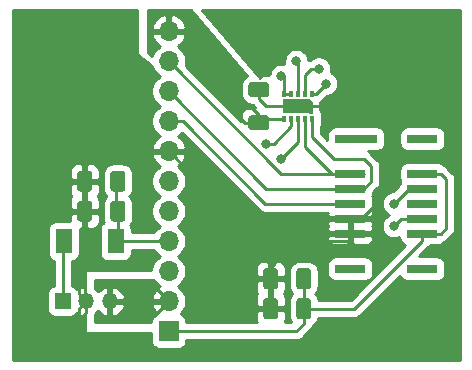
<source format=gbr>
G04 #@! TF.GenerationSoftware,KiCad,Pcbnew,(5.1.5)-3*
G04 #@! TF.CreationDate,2020-03-14T15:22:23+01:00*
G04 #@! TF.ProjectId,SesnorBoard,5365736e-6f72-4426-9f61-72642e6b6963,rev?*
G04 #@! TF.SameCoordinates,Original*
G04 #@! TF.FileFunction,Copper,L1,Top*
G04 #@! TF.FilePolarity,Positive*
%FSLAX46Y46*%
G04 Gerber Fmt 4.6, Leading zero omitted, Abs format (unit mm)*
G04 Created by KiCad (PCBNEW (5.1.5)-3) date 2020-03-14 15:22:23*
%MOMM*%
%LPD*%
G04 APERTURE LIST*
%ADD10O,1.700000X1.700000*%
%ADD11R,1.700000X1.700000*%
%ADD12R,2.600000X0.800000*%
%ADD13R,3.600000X0.800000*%
%ADD14R,2.600000X0.700000*%
%ADD15R,1.400000X2.100000*%
%ADD16C,0.100000*%
%ADD17R,0.400000X0.600000*%
%ADD18R,2.200000X1.300000*%
%ADD19R,0.300000X1.000000*%
%ADD20O,1.350000X1.350000*%
%ADD21R,1.350000X1.350000*%
%ADD22C,4.000000*%
%ADD23C,0.800000*%
%ADD24C,0.250000*%
%ADD25C,0.254000*%
G04 APERTURE END LIST*
D10*
X57150000Y310515000D03*
X57150000Y307975000D03*
X57150000Y305435000D03*
X57150000Y302895000D03*
X57150000Y300355000D03*
X57150000Y297815000D03*
X57150000Y295275000D03*
X57150000Y292735000D03*
X57150000Y290195000D03*
X57150000Y287655000D03*
D11*
X57150000Y285115000D03*
D12*
X78615000Y290410000D03*
X78615000Y301410000D03*
X72515000Y290410000D03*
D13*
X73015000Y301410000D03*
D14*
X72515000Y298450000D03*
X72515000Y297180000D03*
X72515000Y295910000D03*
X72515000Y294640000D03*
X72515000Y293370000D03*
X78615000Y293370000D03*
X78615000Y294640000D03*
X78615000Y295910000D03*
X78615000Y297180000D03*
X78615000Y298450000D03*
D15*
X48260000Y292735000D03*
X52660000Y292735000D03*
G04 #@! TA.AperFunction,SMDPad,CuDef*
D16*
G36*
X66179504Y287893796D02*
G01*
X66203773Y287890196D01*
X66227571Y287884235D01*
X66250671Y287875970D01*
X66272849Y287865480D01*
X66293893Y287852867D01*
X66313598Y287838253D01*
X66331777Y287821777D01*
X66348253Y287803598D01*
X66362867Y287783893D01*
X66375480Y287762849D01*
X66385970Y287740671D01*
X66394235Y287717571D01*
X66400196Y287693773D01*
X66403796Y287669504D01*
X66405000Y287645000D01*
X66405000Y286395000D01*
X66403796Y286370496D01*
X66400196Y286346227D01*
X66394235Y286322429D01*
X66385970Y286299329D01*
X66375480Y286277151D01*
X66362867Y286256107D01*
X66348253Y286236402D01*
X66331777Y286218223D01*
X66313598Y286201747D01*
X66293893Y286187133D01*
X66272849Y286174520D01*
X66250671Y286164030D01*
X66227571Y286155765D01*
X66203773Y286149804D01*
X66179504Y286146204D01*
X66155000Y286145000D01*
X65405000Y286145000D01*
X65380496Y286146204D01*
X65356227Y286149804D01*
X65332429Y286155765D01*
X65309329Y286164030D01*
X65287151Y286174520D01*
X65266107Y286187133D01*
X65246402Y286201747D01*
X65228223Y286218223D01*
X65211747Y286236402D01*
X65197133Y286256107D01*
X65184520Y286277151D01*
X65174030Y286299329D01*
X65165765Y286322429D01*
X65159804Y286346227D01*
X65156204Y286370496D01*
X65155000Y286395000D01*
X65155000Y287645000D01*
X65156204Y287669504D01*
X65159804Y287693773D01*
X65165765Y287717571D01*
X65174030Y287740671D01*
X65184520Y287762849D01*
X65197133Y287783893D01*
X65211747Y287803598D01*
X65228223Y287821777D01*
X65246402Y287838253D01*
X65266107Y287852867D01*
X65287151Y287865480D01*
X65309329Y287875970D01*
X65332429Y287884235D01*
X65356227Y287890196D01*
X65380496Y287893796D01*
X65405000Y287895000D01*
X66155000Y287895000D01*
X66179504Y287893796D01*
G37*
G04 #@! TD.AperFunction*
G04 #@! TA.AperFunction,SMDPad,CuDef*
G36*
X68979504Y287893796D02*
G01*
X69003773Y287890196D01*
X69027571Y287884235D01*
X69050671Y287875970D01*
X69072849Y287865480D01*
X69093893Y287852867D01*
X69113598Y287838253D01*
X69131777Y287821777D01*
X69148253Y287803598D01*
X69162867Y287783893D01*
X69175480Y287762849D01*
X69185970Y287740671D01*
X69194235Y287717571D01*
X69200196Y287693773D01*
X69203796Y287669504D01*
X69205000Y287645000D01*
X69205000Y286395000D01*
X69203796Y286370496D01*
X69200196Y286346227D01*
X69194235Y286322429D01*
X69185970Y286299329D01*
X69175480Y286277151D01*
X69162867Y286256107D01*
X69148253Y286236402D01*
X69131777Y286218223D01*
X69113598Y286201747D01*
X69093893Y286187133D01*
X69072849Y286174520D01*
X69050671Y286164030D01*
X69027571Y286155765D01*
X69003773Y286149804D01*
X68979504Y286146204D01*
X68955000Y286145000D01*
X68205000Y286145000D01*
X68180496Y286146204D01*
X68156227Y286149804D01*
X68132429Y286155765D01*
X68109329Y286164030D01*
X68087151Y286174520D01*
X68066107Y286187133D01*
X68046402Y286201747D01*
X68028223Y286218223D01*
X68011747Y286236402D01*
X67997133Y286256107D01*
X67984520Y286277151D01*
X67974030Y286299329D01*
X67965765Y286322429D01*
X67959804Y286346227D01*
X67956204Y286370496D01*
X67955000Y286395000D01*
X67955000Y287645000D01*
X67956204Y287669504D01*
X67959804Y287693773D01*
X67965765Y287717571D01*
X67974030Y287740671D01*
X67984520Y287762849D01*
X67997133Y287783893D01*
X68011747Y287803598D01*
X68028223Y287821777D01*
X68046402Y287838253D01*
X68066107Y287852867D01*
X68087151Y287865480D01*
X68109329Y287875970D01*
X68132429Y287884235D01*
X68156227Y287890196D01*
X68180496Y287893796D01*
X68205000Y287895000D01*
X68955000Y287895000D01*
X68979504Y287893796D01*
G37*
G04 #@! TD.AperFunction*
D17*
X68095000Y303115000D03*
X67495000Y305215000D03*
X68095000Y305215000D03*
X68695000Y305215000D03*
X69295000Y305215000D03*
X66895000Y305215000D03*
X68695000Y303115000D03*
X69295000Y303115000D03*
X67495000Y303115000D03*
X66895000Y303115000D03*
D18*
X67945000Y304165000D03*
D19*
X69195000Y304015000D03*
G04 #@! TA.AperFunction,SMDPad,CuDef*
D16*
G36*
X69045000Y304815000D02*
G01*
X69345000Y304515000D01*
X69345000Y303815000D01*
X69045000Y303515000D01*
X69045000Y304815000D01*
G37*
G04 #@! TD.AperFunction*
G04 #@! TA.AperFunction,SMDPad,CuDef*
G36*
X50434504Y296148796D02*
G01*
X50458773Y296145196D01*
X50482571Y296139235D01*
X50505671Y296130970D01*
X50527849Y296120480D01*
X50548893Y296107867D01*
X50568598Y296093253D01*
X50586777Y296076777D01*
X50603253Y296058598D01*
X50617867Y296038893D01*
X50630480Y296017849D01*
X50640970Y295995671D01*
X50649235Y295972571D01*
X50655196Y295948773D01*
X50658796Y295924504D01*
X50660000Y295900000D01*
X50660000Y294650000D01*
X50658796Y294625496D01*
X50655196Y294601227D01*
X50649235Y294577429D01*
X50640970Y294554329D01*
X50630480Y294532151D01*
X50617867Y294511107D01*
X50603253Y294491402D01*
X50586777Y294473223D01*
X50568598Y294456747D01*
X50548893Y294442133D01*
X50527849Y294429520D01*
X50505671Y294419030D01*
X50482571Y294410765D01*
X50458773Y294404804D01*
X50434504Y294401204D01*
X50410000Y294400000D01*
X49660000Y294400000D01*
X49635496Y294401204D01*
X49611227Y294404804D01*
X49587429Y294410765D01*
X49564329Y294419030D01*
X49542151Y294429520D01*
X49521107Y294442133D01*
X49501402Y294456747D01*
X49483223Y294473223D01*
X49466747Y294491402D01*
X49452133Y294511107D01*
X49439520Y294532151D01*
X49429030Y294554329D01*
X49420765Y294577429D01*
X49414804Y294601227D01*
X49411204Y294625496D01*
X49410000Y294650000D01*
X49410000Y295900000D01*
X49411204Y295924504D01*
X49414804Y295948773D01*
X49420765Y295972571D01*
X49429030Y295995671D01*
X49439520Y296017849D01*
X49452133Y296038893D01*
X49466747Y296058598D01*
X49483223Y296076777D01*
X49501402Y296093253D01*
X49521107Y296107867D01*
X49542151Y296120480D01*
X49564329Y296130970D01*
X49587429Y296139235D01*
X49611227Y296145196D01*
X49635496Y296148796D01*
X49660000Y296150000D01*
X50410000Y296150000D01*
X50434504Y296148796D01*
G37*
G04 #@! TD.AperFunction*
G04 #@! TA.AperFunction,SMDPad,CuDef*
G36*
X53234504Y296148796D02*
G01*
X53258773Y296145196D01*
X53282571Y296139235D01*
X53305671Y296130970D01*
X53327849Y296120480D01*
X53348893Y296107867D01*
X53368598Y296093253D01*
X53386777Y296076777D01*
X53403253Y296058598D01*
X53417867Y296038893D01*
X53430480Y296017849D01*
X53440970Y295995671D01*
X53449235Y295972571D01*
X53455196Y295948773D01*
X53458796Y295924504D01*
X53460000Y295900000D01*
X53460000Y294650000D01*
X53458796Y294625496D01*
X53455196Y294601227D01*
X53449235Y294577429D01*
X53440970Y294554329D01*
X53430480Y294532151D01*
X53417867Y294511107D01*
X53403253Y294491402D01*
X53386777Y294473223D01*
X53368598Y294456747D01*
X53348893Y294442133D01*
X53327849Y294429520D01*
X53305671Y294419030D01*
X53282571Y294410765D01*
X53258773Y294404804D01*
X53234504Y294401204D01*
X53210000Y294400000D01*
X52460000Y294400000D01*
X52435496Y294401204D01*
X52411227Y294404804D01*
X52387429Y294410765D01*
X52364329Y294419030D01*
X52342151Y294429520D01*
X52321107Y294442133D01*
X52301402Y294456747D01*
X52283223Y294473223D01*
X52266747Y294491402D01*
X52252133Y294511107D01*
X52239520Y294532151D01*
X52229030Y294554329D01*
X52220765Y294577429D01*
X52214804Y294601227D01*
X52211204Y294625496D01*
X52210000Y294650000D01*
X52210000Y295900000D01*
X52211204Y295924504D01*
X52214804Y295948773D01*
X52220765Y295972571D01*
X52229030Y295995671D01*
X52239520Y296017849D01*
X52252133Y296038893D01*
X52266747Y296058598D01*
X52283223Y296076777D01*
X52301402Y296093253D01*
X52321107Y296107867D01*
X52342151Y296120480D01*
X52364329Y296130970D01*
X52387429Y296139235D01*
X52411227Y296145196D01*
X52435496Y296148796D01*
X52460000Y296150000D01*
X53210000Y296150000D01*
X53234504Y296148796D01*
G37*
G04 #@! TD.AperFunction*
G04 #@! TA.AperFunction,SMDPad,CuDef*
G36*
X50434504Y298688796D02*
G01*
X50458773Y298685196D01*
X50482571Y298679235D01*
X50505671Y298670970D01*
X50527849Y298660480D01*
X50548893Y298647867D01*
X50568598Y298633253D01*
X50586777Y298616777D01*
X50603253Y298598598D01*
X50617867Y298578893D01*
X50630480Y298557849D01*
X50640970Y298535671D01*
X50649235Y298512571D01*
X50655196Y298488773D01*
X50658796Y298464504D01*
X50660000Y298440000D01*
X50660000Y297190000D01*
X50658796Y297165496D01*
X50655196Y297141227D01*
X50649235Y297117429D01*
X50640970Y297094329D01*
X50630480Y297072151D01*
X50617867Y297051107D01*
X50603253Y297031402D01*
X50586777Y297013223D01*
X50568598Y296996747D01*
X50548893Y296982133D01*
X50527849Y296969520D01*
X50505671Y296959030D01*
X50482571Y296950765D01*
X50458773Y296944804D01*
X50434504Y296941204D01*
X50410000Y296940000D01*
X49660000Y296940000D01*
X49635496Y296941204D01*
X49611227Y296944804D01*
X49587429Y296950765D01*
X49564329Y296959030D01*
X49542151Y296969520D01*
X49521107Y296982133D01*
X49501402Y296996747D01*
X49483223Y297013223D01*
X49466747Y297031402D01*
X49452133Y297051107D01*
X49439520Y297072151D01*
X49429030Y297094329D01*
X49420765Y297117429D01*
X49414804Y297141227D01*
X49411204Y297165496D01*
X49410000Y297190000D01*
X49410000Y298440000D01*
X49411204Y298464504D01*
X49414804Y298488773D01*
X49420765Y298512571D01*
X49429030Y298535671D01*
X49439520Y298557849D01*
X49452133Y298578893D01*
X49466747Y298598598D01*
X49483223Y298616777D01*
X49501402Y298633253D01*
X49521107Y298647867D01*
X49542151Y298660480D01*
X49564329Y298670970D01*
X49587429Y298679235D01*
X49611227Y298685196D01*
X49635496Y298688796D01*
X49660000Y298690000D01*
X50410000Y298690000D01*
X50434504Y298688796D01*
G37*
G04 #@! TD.AperFunction*
G04 #@! TA.AperFunction,SMDPad,CuDef*
G36*
X53234504Y298688796D02*
G01*
X53258773Y298685196D01*
X53282571Y298679235D01*
X53305671Y298670970D01*
X53327849Y298660480D01*
X53348893Y298647867D01*
X53368598Y298633253D01*
X53386777Y298616777D01*
X53403253Y298598598D01*
X53417867Y298578893D01*
X53430480Y298557849D01*
X53440970Y298535671D01*
X53449235Y298512571D01*
X53455196Y298488773D01*
X53458796Y298464504D01*
X53460000Y298440000D01*
X53460000Y297190000D01*
X53458796Y297165496D01*
X53455196Y297141227D01*
X53449235Y297117429D01*
X53440970Y297094329D01*
X53430480Y297072151D01*
X53417867Y297051107D01*
X53403253Y297031402D01*
X53386777Y297013223D01*
X53368598Y296996747D01*
X53348893Y296982133D01*
X53327849Y296969520D01*
X53305671Y296959030D01*
X53282571Y296950765D01*
X53258773Y296944804D01*
X53234504Y296941204D01*
X53210000Y296940000D01*
X52460000Y296940000D01*
X52435496Y296941204D01*
X52411227Y296944804D01*
X52387429Y296950765D01*
X52364329Y296959030D01*
X52342151Y296969520D01*
X52321107Y296982133D01*
X52301402Y296996747D01*
X52283223Y297013223D01*
X52266747Y297031402D01*
X52252133Y297051107D01*
X52239520Y297072151D01*
X52229030Y297094329D01*
X52220765Y297117429D01*
X52214804Y297141227D01*
X52211204Y297165496D01*
X52210000Y297190000D01*
X52210000Y298440000D01*
X52211204Y298464504D01*
X52214804Y298488773D01*
X52220765Y298512571D01*
X52229030Y298535671D01*
X52239520Y298557849D01*
X52252133Y298578893D01*
X52266747Y298598598D01*
X52283223Y298616777D01*
X52301402Y298633253D01*
X52321107Y298647867D01*
X52342151Y298660480D01*
X52364329Y298670970D01*
X52387429Y298679235D01*
X52411227Y298685196D01*
X52435496Y298688796D01*
X52460000Y298690000D01*
X53210000Y298690000D01*
X53234504Y298688796D01*
G37*
G04 #@! TD.AperFunction*
G04 #@! TA.AperFunction,SMDPad,CuDef*
G36*
X65419504Y306188796D02*
G01*
X65443773Y306185196D01*
X65467571Y306179235D01*
X65490671Y306170970D01*
X65512849Y306160480D01*
X65533893Y306147867D01*
X65553598Y306133253D01*
X65571777Y306116777D01*
X65588253Y306098598D01*
X65602867Y306078893D01*
X65615480Y306057849D01*
X65625970Y306035671D01*
X65634235Y306012571D01*
X65640196Y305988773D01*
X65643796Y305964504D01*
X65645000Y305940000D01*
X65645000Y305190000D01*
X65643796Y305165496D01*
X65640196Y305141227D01*
X65634235Y305117429D01*
X65625970Y305094329D01*
X65615480Y305072151D01*
X65602867Y305051107D01*
X65588253Y305031402D01*
X65571777Y305013223D01*
X65553598Y304996747D01*
X65533893Y304982133D01*
X65512849Y304969520D01*
X65490671Y304959030D01*
X65467571Y304950765D01*
X65443773Y304944804D01*
X65419504Y304941204D01*
X65395000Y304940000D01*
X64145000Y304940000D01*
X64120496Y304941204D01*
X64096227Y304944804D01*
X64072429Y304950765D01*
X64049329Y304959030D01*
X64027151Y304969520D01*
X64006107Y304982133D01*
X63986402Y304996747D01*
X63968223Y305013223D01*
X63951747Y305031402D01*
X63937133Y305051107D01*
X63924520Y305072151D01*
X63914030Y305094329D01*
X63905765Y305117429D01*
X63899804Y305141227D01*
X63896204Y305165496D01*
X63895000Y305190000D01*
X63895000Y305940000D01*
X63896204Y305964504D01*
X63899804Y305988773D01*
X63905765Y306012571D01*
X63914030Y306035671D01*
X63924520Y306057849D01*
X63937133Y306078893D01*
X63951747Y306098598D01*
X63968223Y306116777D01*
X63986402Y306133253D01*
X64006107Y306147867D01*
X64027151Y306160480D01*
X64049329Y306170970D01*
X64072429Y306179235D01*
X64096227Y306185196D01*
X64120496Y306188796D01*
X64145000Y306190000D01*
X65395000Y306190000D01*
X65419504Y306188796D01*
G37*
G04 #@! TD.AperFunction*
G04 #@! TA.AperFunction,SMDPad,CuDef*
G36*
X65419504Y303388796D02*
G01*
X65443773Y303385196D01*
X65467571Y303379235D01*
X65490671Y303370970D01*
X65512849Y303360480D01*
X65533893Y303347867D01*
X65553598Y303333253D01*
X65571777Y303316777D01*
X65588253Y303298598D01*
X65602867Y303278893D01*
X65615480Y303257849D01*
X65625970Y303235671D01*
X65634235Y303212571D01*
X65640196Y303188773D01*
X65643796Y303164504D01*
X65645000Y303140000D01*
X65645000Y302390000D01*
X65643796Y302365496D01*
X65640196Y302341227D01*
X65634235Y302317429D01*
X65625970Y302294329D01*
X65615480Y302272151D01*
X65602867Y302251107D01*
X65588253Y302231402D01*
X65571777Y302213223D01*
X65553598Y302196747D01*
X65533893Y302182133D01*
X65512849Y302169520D01*
X65490671Y302159030D01*
X65467571Y302150765D01*
X65443773Y302144804D01*
X65419504Y302141204D01*
X65395000Y302140000D01*
X64145000Y302140000D01*
X64120496Y302141204D01*
X64096227Y302144804D01*
X64072429Y302150765D01*
X64049329Y302159030D01*
X64027151Y302169520D01*
X64006107Y302182133D01*
X63986402Y302196747D01*
X63968223Y302213223D01*
X63951747Y302231402D01*
X63937133Y302251107D01*
X63924520Y302272151D01*
X63914030Y302294329D01*
X63905765Y302317429D01*
X63899804Y302341227D01*
X63896204Y302365496D01*
X63895000Y302390000D01*
X63895000Y303140000D01*
X63896204Y303164504D01*
X63899804Y303188773D01*
X63905765Y303212571D01*
X63914030Y303235671D01*
X63924520Y303257849D01*
X63937133Y303278893D01*
X63951747Y303298598D01*
X63968223Y303316777D01*
X63986402Y303333253D01*
X64006107Y303347867D01*
X64027151Y303360480D01*
X64049329Y303370970D01*
X64072429Y303379235D01*
X64096227Y303385196D01*
X64120496Y303388796D01*
X64145000Y303390000D01*
X65395000Y303390000D01*
X65419504Y303388796D01*
G37*
G04 #@! TD.AperFunction*
G04 #@! TA.AperFunction,SMDPad,CuDef*
G36*
X66179504Y290433796D02*
G01*
X66203773Y290430196D01*
X66227571Y290424235D01*
X66250671Y290415970D01*
X66272849Y290405480D01*
X66293893Y290392867D01*
X66313598Y290378253D01*
X66331777Y290361777D01*
X66348253Y290343598D01*
X66362867Y290323893D01*
X66375480Y290302849D01*
X66385970Y290280671D01*
X66394235Y290257571D01*
X66400196Y290233773D01*
X66403796Y290209504D01*
X66405000Y290185000D01*
X66405000Y288935000D01*
X66403796Y288910496D01*
X66400196Y288886227D01*
X66394235Y288862429D01*
X66385970Y288839329D01*
X66375480Y288817151D01*
X66362867Y288796107D01*
X66348253Y288776402D01*
X66331777Y288758223D01*
X66313598Y288741747D01*
X66293893Y288727133D01*
X66272849Y288714520D01*
X66250671Y288704030D01*
X66227571Y288695765D01*
X66203773Y288689804D01*
X66179504Y288686204D01*
X66155000Y288685000D01*
X65405000Y288685000D01*
X65380496Y288686204D01*
X65356227Y288689804D01*
X65332429Y288695765D01*
X65309329Y288704030D01*
X65287151Y288714520D01*
X65266107Y288727133D01*
X65246402Y288741747D01*
X65228223Y288758223D01*
X65211747Y288776402D01*
X65197133Y288796107D01*
X65184520Y288817151D01*
X65174030Y288839329D01*
X65165765Y288862429D01*
X65159804Y288886227D01*
X65156204Y288910496D01*
X65155000Y288935000D01*
X65155000Y290185000D01*
X65156204Y290209504D01*
X65159804Y290233773D01*
X65165765Y290257571D01*
X65174030Y290280671D01*
X65184520Y290302849D01*
X65197133Y290323893D01*
X65211747Y290343598D01*
X65228223Y290361777D01*
X65246402Y290378253D01*
X65266107Y290392867D01*
X65287151Y290405480D01*
X65309329Y290415970D01*
X65332429Y290424235D01*
X65356227Y290430196D01*
X65380496Y290433796D01*
X65405000Y290435000D01*
X66155000Y290435000D01*
X66179504Y290433796D01*
G37*
G04 #@! TD.AperFunction*
G04 #@! TA.AperFunction,SMDPad,CuDef*
G36*
X68979504Y290433796D02*
G01*
X69003773Y290430196D01*
X69027571Y290424235D01*
X69050671Y290415970D01*
X69072849Y290405480D01*
X69093893Y290392867D01*
X69113598Y290378253D01*
X69131777Y290361777D01*
X69148253Y290343598D01*
X69162867Y290323893D01*
X69175480Y290302849D01*
X69185970Y290280671D01*
X69194235Y290257571D01*
X69200196Y290233773D01*
X69203796Y290209504D01*
X69205000Y290185000D01*
X69205000Y288935000D01*
X69203796Y288910496D01*
X69200196Y288886227D01*
X69194235Y288862429D01*
X69185970Y288839329D01*
X69175480Y288817151D01*
X69162867Y288796107D01*
X69148253Y288776402D01*
X69131777Y288758223D01*
X69113598Y288741747D01*
X69093893Y288727133D01*
X69072849Y288714520D01*
X69050671Y288704030D01*
X69027571Y288695765D01*
X69003773Y288689804D01*
X68979504Y288686204D01*
X68955000Y288685000D01*
X68205000Y288685000D01*
X68180496Y288686204D01*
X68156227Y288689804D01*
X68132429Y288695765D01*
X68109329Y288704030D01*
X68087151Y288714520D01*
X68066107Y288727133D01*
X68046402Y288741747D01*
X68028223Y288758223D01*
X68011747Y288776402D01*
X67997133Y288796107D01*
X67984520Y288817151D01*
X67974030Y288839329D01*
X67965765Y288862429D01*
X67959804Y288886227D01*
X67956204Y288910496D01*
X67955000Y288935000D01*
X67955000Y290185000D01*
X67956204Y290209504D01*
X67959804Y290233773D01*
X67965765Y290257571D01*
X67974030Y290280671D01*
X67984520Y290302849D01*
X67997133Y290323893D01*
X68011747Y290343598D01*
X68028223Y290361777D01*
X68046402Y290378253D01*
X68066107Y290392867D01*
X68087151Y290405480D01*
X68109329Y290415970D01*
X68132429Y290424235D01*
X68156227Y290430196D01*
X68180496Y290433796D01*
X68205000Y290435000D01*
X68955000Y290435000D01*
X68979504Y290433796D01*
G37*
G04 #@! TD.AperFunction*
D20*
X52165000Y287655000D03*
X50165000Y287655000D03*
D21*
X48165000Y287655000D03*
D22*
X79375000Y285115000D03*
X46355000Y309880000D03*
D23*
X69850000Y292735000D03*
X70485000Y304165000D03*
X76200000Y294005000D03*
X76200000Y295910000D03*
X65405000Y300990000D03*
X69850000Y307340000D03*
X70485000Y306070000D03*
X66675000Y306705000D03*
X67945000Y307975000D03*
X66675000Y299720000D03*
D24*
X69295000Y304165000D02*
X67945000Y304165000D01*
X50035000Y297815000D02*
X50035000Y295275000D01*
X50035000Y298690000D02*
X50035000Y297815000D01*
X57150000Y300355000D02*
X51700000Y300355000D01*
X50035000Y287785000D02*
X50165000Y287655000D01*
X50035000Y295275000D02*
X50035000Y287785000D01*
X67945000Y304165000D02*
X65405000Y304165000D01*
X64770000Y304800000D02*
X64770000Y305565000D01*
X65405000Y304165000D02*
X64770000Y304800000D01*
X65780000Y287020000D02*
X65780000Y289560000D01*
X74315002Y304165000D02*
X76200000Y302280002D01*
X76200000Y302280002D02*
X76200000Y298450000D01*
X70485000Y304165000D02*
X67945000Y304165000D01*
X70485000Y304165000D02*
X74315002Y304165000D01*
X70415685Y292735000D02*
X69850000Y292735000D01*
X72480000Y292735000D02*
X70415685Y292735000D01*
X72515000Y292770000D02*
X72480000Y292735000D01*
X72515000Y293370000D02*
X72515000Y292770000D01*
X72515000Y294640000D02*
X72515000Y293370000D01*
X73465000Y294640000D02*
X76200000Y297375000D01*
X72515000Y294640000D02*
X73465000Y294640000D01*
X76200000Y297375000D02*
X76200000Y302260000D01*
X62865000Y294640000D02*
X57150000Y300355000D01*
X72515000Y294640000D02*
X62865000Y294640000D01*
X67945000Y292735000D02*
X69850000Y292735000D01*
X65780000Y289560000D02*
X65780000Y290570000D01*
X65780000Y290570000D02*
X67945000Y292735000D01*
X50165000Y286700406D02*
X49849594Y286385000D01*
X50165000Y287655000D02*
X50165000Y286700406D01*
X50165000Y287655000D02*
X49530000Y287020000D01*
X49530000Y287020000D02*
X49530000Y286385000D01*
X50165000Y287655000D02*
X49530000Y288290000D01*
X49530000Y288290000D02*
X49530000Y288925000D01*
X76835000Y294640000D02*
X78615000Y294640000D01*
X76200000Y294005000D02*
X76835000Y294640000D01*
X78740000Y294515000D02*
X78615000Y294640000D01*
X77470000Y297180000D02*
X78615000Y297180000D01*
X76200000Y295910000D02*
X77470000Y297180000D01*
X69295000Y303115000D02*
X69295000Y302975000D01*
X69295000Y302565000D02*
X69295000Y303115000D01*
X65405000Y297180000D02*
X72515000Y297180000D01*
X57150000Y305435000D02*
X65405000Y297180000D01*
X72515000Y297180000D02*
X73660000Y297180000D01*
X73660000Y297180000D02*
X74295000Y297815000D01*
X74295000Y297815000D02*
X74295000Y299085000D01*
X74295000Y299085000D02*
X73660000Y299720000D01*
X73660000Y299720000D02*
X71120000Y299720000D01*
X69295000Y301545000D02*
X69295000Y302565000D01*
X71120000Y299720000D02*
X69295000Y301545000D01*
X72515000Y298450000D02*
X73660000Y298450000D01*
X66675000Y298450000D02*
X72515000Y298450000D01*
X57150000Y307975000D02*
X66675000Y298450000D01*
X70965000Y298450000D02*
X72515000Y298450000D01*
X68695000Y300720000D02*
X70965000Y298450000D01*
X68695000Y303115000D02*
X68695000Y300720000D01*
X48600000Y292395000D02*
X48600000Y293665000D01*
X48165000Y292640000D02*
X48260000Y292735000D01*
X48165000Y287655000D02*
X48165000Y292640000D01*
X67495000Y303115000D02*
X67495000Y302445000D01*
X66040000Y300990000D02*
X65405000Y300990000D01*
X67495000Y302445000D02*
X66040000Y300990000D01*
X65337081Y295910000D02*
X72515000Y295910000D01*
X57150000Y302895000D02*
X58352081Y302895000D01*
X58352081Y302895000D02*
X65337081Y295910000D01*
X68695000Y306820000D02*
X68695000Y305215000D01*
X69850000Y307340000D02*
X69215000Y307340000D01*
X69215000Y307340000D02*
X68695000Y306820000D01*
X69295000Y305215000D02*
X69295000Y305355000D01*
X69630000Y305215000D02*
X70485000Y306070000D01*
X69295000Y305215000D02*
X69630000Y305215000D01*
X66895000Y305215000D02*
X67495000Y305215000D01*
X66895000Y305215000D02*
X66895000Y306605000D01*
X66895000Y306605000D02*
X66775000Y306605000D01*
X66775000Y306605000D02*
X66675000Y306705000D01*
X68095000Y305215000D02*
X68095000Y306555000D01*
X68095000Y306555000D02*
X68095000Y307825000D01*
X52705000Y295275000D02*
X52705000Y297815000D01*
X52835000Y292910000D02*
X52660000Y292735000D01*
X52835000Y295275000D02*
X52835000Y292910000D01*
X57150000Y292735000D02*
X52660000Y292735000D01*
X68095000Y301140000D02*
X66675000Y299720000D01*
X68095000Y303115000D02*
X68095000Y301140000D01*
X65120000Y303115000D02*
X64770000Y302765000D01*
X66895000Y303115000D02*
X65120000Y303115000D01*
X64770000Y302895000D02*
X64770000Y302765000D01*
X64770000Y302765000D02*
X63630000Y302765000D01*
X63630000Y302765000D02*
X62865000Y303530000D01*
X64135000Y304165000D02*
X63995000Y304165000D01*
X64770000Y303390000D02*
X63995000Y304165000D01*
X64770000Y302765000D02*
X64770000Y303390000D01*
X63995000Y304165000D02*
X63500000Y304165000D01*
X54145000Y287655000D02*
X57150000Y287655000D01*
X52165000Y287655000D02*
X54145000Y287655000D01*
X57150000Y287655000D02*
X55880000Y288925000D01*
X57150000Y287655000D02*
X55880000Y286385000D01*
X78615000Y298450000D02*
X79580002Y298450000D01*
X68580000Y287020000D02*
X68580000Y289560000D01*
X80645000Y293850000D02*
X80165000Y293370000D01*
X80645000Y297970000D02*
X80645000Y293850000D01*
X80165000Y298450000D02*
X80645000Y297970000D01*
X80165000Y293370000D02*
X78615000Y293370000D01*
X78615000Y298450000D02*
X80165000Y298450000D01*
X78615000Y292770000D02*
X78615000Y293370000D01*
X72865000Y287020000D02*
X78615000Y292770000D01*
X68580000Y287020000D02*
X68580000Y285750000D01*
X67945000Y285115000D02*
X57150000Y285115000D01*
X68580000Y285750000D02*
X67945000Y285115000D01*
X72865000Y287020000D02*
X68580000Y287020000D01*
D25*
G36*
X64897000Y302892000D02*
G01*
X64917000Y302892000D01*
X64917000Y302638000D01*
X64897000Y302638000D01*
X64897000Y302618000D01*
X64643000Y302618000D01*
X64643000Y302638000D01*
X64623000Y302638000D01*
X64623000Y302892000D01*
X64643000Y302892000D01*
X64643000Y302912000D01*
X64897000Y302912000D01*
X64897000Y302892000D01*
G37*
X64897000Y302892000D02*
X64917000Y302892000D01*
X64917000Y302638000D01*
X64897000Y302638000D01*
X64897000Y302618000D01*
X64643000Y302618000D01*
X64643000Y302638000D01*
X64623000Y302638000D01*
X64623000Y302892000D01*
X64643000Y302892000D01*
X64643000Y302912000D01*
X64897000Y302912000D01*
X64897000Y302892000D01*
G36*
X63759616Y306736133D02*
G01*
X63651614Y306678405D01*
X63517038Y306567962D01*
X63406595Y306433386D01*
X63324528Y306279850D01*
X63273992Y306113254D01*
X63256928Y305940000D01*
X63256928Y305190000D01*
X63273992Y305016746D01*
X63324528Y304850150D01*
X63406595Y304696614D01*
X63517038Y304562038D01*
X63651614Y304451595D01*
X63805150Y304369528D01*
X63971746Y304318992D01*
X64145000Y304301928D01*
X64195589Y304301928D01*
X64229999Y304259999D01*
X64259002Y304236197D01*
X64470125Y304025074D01*
X63895000Y304028072D01*
X63770518Y304015812D01*
X63650820Y303979502D01*
X63540506Y303920537D01*
X63443815Y303841185D01*
X63364463Y303744494D01*
X63305498Y303634180D01*
X63269188Y303514482D01*
X63256928Y303390000D01*
X63260000Y303050750D01*
X63418748Y302892002D01*
X63307800Y302892002D01*
X58591209Y307608592D01*
X58635000Y307828740D01*
X58635000Y308121260D01*
X58577932Y308408158D01*
X58465990Y308678411D01*
X58303475Y308921632D01*
X58096632Y309128475D01*
X57914466Y309250195D01*
X58031355Y309319822D01*
X58247588Y309514731D01*
X58421641Y309748080D01*
X58546825Y310010901D01*
X58591476Y310158110D01*
X58470155Y310388000D01*
X57277000Y310388000D01*
X57277000Y310368000D01*
X57023000Y310368000D01*
X57023000Y310388000D01*
X55829845Y310388000D01*
X55708524Y310158110D01*
X55753175Y310010901D01*
X55878359Y309748080D01*
X56052412Y309514731D01*
X56268645Y309319822D01*
X56385534Y309250195D01*
X56203368Y309128475D01*
X55996525Y308921632D01*
X55834010Y308678411D01*
X55722950Y308410287D01*
X55372000Y308673500D01*
X55372000Y310871890D01*
X55708524Y310871890D01*
X55829845Y310642000D01*
X57023000Y310642000D01*
X57023000Y311835814D01*
X57277000Y311835814D01*
X57277000Y310642000D01*
X58470155Y310642000D01*
X58591476Y310871890D01*
X58546825Y311019099D01*
X58421641Y311281920D01*
X58247588Y311515269D01*
X58031355Y311710178D01*
X57781252Y311859157D01*
X57506891Y311956481D01*
X57277000Y311835814D01*
X57023000Y311835814D01*
X56793109Y311956481D01*
X56518748Y311859157D01*
X56268645Y311710178D01*
X56052412Y311515269D01*
X55878359Y311281920D01*
X55753175Y311019099D01*
X55708524Y310871890D01*
X55372000Y310871890D01*
X55372000Y312293000D01*
X58996587Y312293000D01*
X63759616Y306736133D01*
G37*
X63759616Y306736133D02*
X63651614Y306678405D01*
X63517038Y306567962D01*
X63406595Y306433386D01*
X63324528Y306279850D01*
X63273992Y306113254D01*
X63256928Y305940000D01*
X63256928Y305190000D01*
X63273992Y305016746D01*
X63324528Y304850150D01*
X63406595Y304696614D01*
X63517038Y304562038D01*
X63651614Y304451595D01*
X63805150Y304369528D01*
X63971746Y304318992D01*
X64145000Y304301928D01*
X64195589Y304301928D01*
X64229999Y304259999D01*
X64259002Y304236197D01*
X64470125Y304025074D01*
X63895000Y304028072D01*
X63770518Y304015812D01*
X63650820Y303979502D01*
X63540506Y303920537D01*
X63443815Y303841185D01*
X63364463Y303744494D01*
X63305498Y303634180D01*
X63269188Y303514482D01*
X63256928Y303390000D01*
X63260000Y303050750D01*
X63418748Y302892002D01*
X63307800Y302892002D01*
X58591209Y307608592D01*
X58635000Y307828740D01*
X58635000Y308121260D01*
X58577932Y308408158D01*
X58465990Y308678411D01*
X58303475Y308921632D01*
X58096632Y309128475D01*
X57914466Y309250195D01*
X58031355Y309319822D01*
X58247588Y309514731D01*
X58421641Y309748080D01*
X58546825Y310010901D01*
X58591476Y310158110D01*
X58470155Y310388000D01*
X57277000Y310388000D01*
X57277000Y310368000D01*
X57023000Y310368000D01*
X57023000Y310388000D01*
X55829845Y310388000D01*
X55708524Y310158110D01*
X55753175Y310010901D01*
X55878359Y309748080D01*
X56052412Y309514731D01*
X56268645Y309319822D01*
X56385534Y309250195D01*
X56203368Y309128475D01*
X55996525Y308921632D01*
X55834010Y308678411D01*
X55722950Y308410287D01*
X55372000Y308673500D01*
X55372000Y310871890D01*
X55708524Y310871890D01*
X55829845Y310642000D01*
X57023000Y310642000D01*
X57023000Y311835814D01*
X57277000Y311835814D01*
X57277000Y310642000D01*
X58470155Y310642000D01*
X58591476Y310871890D01*
X58546825Y311019099D01*
X58421641Y311281920D01*
X58247588Y311515269D01*
X58031355Y311710178D01*
X57781252Y311859157D01*
X57506891Y311956481D01*
X57277000Y311835814D01*
X57023000Y311835814D01*
X56793109Y311956481D01*
X56518748Y311859157D01*
X56268645Y311710178D01*
X56052412Y311515269D01*
X55878359Y311281920D01*
X55753175Y311019099D01*
X55708524Y310871890D01*
X55372000Y310871890D01*
X55372000Y312293000D01*
X58996587Y312293000D01*
X63759616Y306736133D01*
G36*
X55996525Y289248368D02*
G01*
X56203368Y289041525D01*
X56385534Y288919805D01*
X56268645Y288850178D01*
X56052412Y288655269D01*
X55878359Y288421920D01*
X55753175Y288159099D01*
X55708524Y288011890D01*
X55829845Y287782000D01*
X57023000Y287782000D01*
X57023000Y287528000D01*
X55829845Y287528000D01*
X55708524Y287298110D01*
X55753175Y287150901D01*
X55878359Y286888080D01*
X56052412Y286654731D01*
X56136466Y286578966D01*
X56055820Y286554502D01*
X55945506Y286495537D01*
X55848815Y286416185D01*
X55769463Y286319494D01*
X55710498Y286209180D01*
X55674188Y286089482D01*
X55661928Y285965000D01*
X55661928Y285877000D01*
X50927000Y285877000D01*
X50927000Y286588628D01*
X51000077Y286637456D01*
X51171681Y286809060D01*
X51293773Y286676697D01*
X51501371Y286525527D01*
X51734472Y286417762D01*
X51835600Y286387090D01*
X52038000Y286510776D01*
X52038000Y287528000D01*
X52292000Y287528000D01*
X52292000Y286510776D01*
X52494400Y286387090D01*
X52595528Y286417762D01*
X52828629Y286525527D01*
X53036227Y286676697D01*
X53210344Y286865463D01*
X53344289Y287084570D01*
X53432915Y287325599D01*
X53310085Y287528000D01*
X52292000Y287528000D01*
X52038000Y287528000D01*
X52018000Y287528000D01*
X52018000Y287782000D01*
X52038000Y287782000D01*
X52038000Y288799224D01*
X52292000Y288799224D01*
X52292000Y287782000D01*
X53310085Y287782000D01*
X53432915Y287984401D01*
X53344289Y288225430D01*
X53210344Y288444537D01*
X53036227Y288633303D01*
X52828629Y288784473D01*
X52595528Y288892238D01*
X52494400Y288922910D01*
X52292000Y288799224D01*
X52038000Y288799224D01*
X51835600Y288922910D01*
X51734472Y288892238D01*
X51501371Y288784473D01*
X51293773Y288633303D01*
X51171681Y288500940D01*
X51000077Y288672544D01*
X50927000Y288721372D01*
X50927000Y289433000D01*
X55873158Y289433000D01*
X55996525Y289248368D01*
G37*
X55996525Y289248368D02*
X56203368Y289041525D01*
X56385534Y288919805D01*
X56268645Y288850178D01*
X56052412Y288655269D01*
X55878359Y288421920D01*
X55753175Y288159099D01*
X55708524Y288011890D01*
X55829845Y287782000D01*
X57023000Y287782000D01*
X57023000Y287528000D01*
X55829845Y287528000D01*
X55708524Y287298110D01*
X55753175Y287150901D01*
X55878359Y286888080D01*
X56052412Y286654731D01*
X56136466Y286578966D01*
X56055820Y286554502D01*
X55945506Y286495537D01*
X55848815Y286416185D01*
X55769463Y286319494D01*
X55710498Y286209180D01*
X55674188Y286089482D01*
X55661928Y285965000D01*
X55661928Y285877000D01*
X50927000Y285877000D01*
X50927000Y286588628D01*
X51000077Y286637456D01*
X51171681Y286809060D01*
X51293773Y286676697D01*
X51501371Y286525527D01*
X51734472Y286417762D01*
X51835600Y286387090D01*
X52038000Y286510776D01*
X52038000Y287528000D01*
X52292000Y287528000D01*
X52292000Y286510776D01*
X52494400Y286387090D01*
X52595528Y286417762D01*
X52828629Y286525527D01*
X53036227Y286676697D01*
X53210344Y286865463D01*
X53344289Y287084570D01*
X53432915Y287325599D01*
X53310085Y287528000D01*
X52292000Y287528000D01*
X52038000Y287528000D01*
X52018000Y287528000D01*
X52018000Y287782000D01*
X52038000Y287782000D01*
X52038000Y288799224D01*
X52292000Y288799224D01*
X52292000Y287782000D01*
X53310085Y287782000D01*
X53432915Y287984401D01*
X53344289Y288225430D01*
X53210344Y288444537D01*
X53036227Y288633303D01*
X52828629Y288784473D01*
X52595528Y288892238D01*
X52494400Y288922910D01*
X52292000Y288799224D01*
X52038000Y288799224D01*
X51835600Y288922910D01*
X51734472Y288892238D01*
X51501371Y288784473D01*
X51293773Y288633303D01*
X51171681Y288500940D01*
X51000077Y288672544D01*
X50927000Y288721372D01*
X50927000Y289433000D01*
X55873158Y289433000D01*
X55996525Y289248368D01*
G36*
X54483000Y308610000D02*
G01*
X54485440Y308585224D01*
X54492667Y308561399D01*
X54504403Y308539443D01*
X54520197Y308520197D01*
X54529915Y308511434D01*
X55721838Y307542996D01*
X55722068Y307541842D01*
X55834010Y307271589D01*
X55996525Y307028368D01*
X56203368Y306821525D01*
X56377760Y306705000D01*
X56203368Y306588475D01*
X55996525Y306381632D01*
X55834010Y306138411D01*
X55722068Y305868158D01*
X55665000Y305581260D01*
X55665000Y305288740D01*
X55722068Y305001842D01*
X55834010Y304731589D01*
X55996525Y304488368D01*
X56203368Y304281525D01*
X56377760Y304165000D01*
X56203368Y304048475D01*
X55996525Y303841632D01*
X55834010Y303598411D01*
X55722068Y303328158D01*
X55665000Y303041260D01*
X55665000Y302748740D01*
X55722068Y302461842D01*
X55834010Y302191589D01*
X55996525Y301948368D01*
X56203368Y301741525D01*
X56385534Y301619805D01*
X56268645Y301550178D01*
X56052412Y301355269D01*
X55878359Y301121920D01*
X55753175Y300859099D01*
X55708524Y300711890D01*
X55829845Y300482000D01*
X57023000Y300482000D01*
X57023000Y300502000D01*
X57277000Y300502000D01*
X57277000Y300482000D01*
X58470155Y300482000D01*
X58591476Y300711890D01*
X58546825Y300859099D01*
X58421641Y301121920D01*
X58247588Y301355269D01*
X58031355Y301550178D01*
X57914466Y301619805D01*
X58096632Y301741525D01*
X58263693Y301908586D01*
X64773282Y295398997D01*
X64797080Y295369999D01*
X64912805Y295275026D01*
X65044834Y295204454D01*
X65188095Y295160997D01*
X65299748Y295150000D01*
X65299756Y295150000D01*
X65337081Y295146324D01*
X65374406Y295150000D01*
X70599962Y295150000D01*
X70589188Y295114482D01*
X70576928Y294990000D01*
X70580000Y294925750D01*
X70738750Y294767000D01*
X72388000Y294767000D01*
X72388000Y294787000D01*
X72642000Y294787000D01*
X72642000Y294767000D01*
X74291250Y294767000D01*
X74450000Y294925750D01*
X74453072Y294990000D01*
X74440812Y295114482D01*
X74404502Y295234180D01*
X74382683Y295275000D01*
X74404502Y295315820D01*
X74440812Y295435518D01*
X74453072Y295560000D01*
X74453072Y296260000D01*
X74440812Y296384482D01*
X74404502Y296504180D01*
X74382683Y296545000D01*
X74404502Y296585820D01*
X74440812Y296705518D01*
X74453072Y296830000D01*
X74453072Y296898271D01*
X74806004Y297251202D01*
X74835001Y297274999D01*
X74929974Y297390724D01*
X75000546Y297522753D01*
X75044003Y297666014D01*
X75055000Y297777667D01*
X75055000Y297777668D01*
X75058677Y297815000D01*
X75055000Y297852333D01*
X75055000Y299047667D01*
X75058677Y299085000D01*
X75044003Y299233986D01*
X75000546Y299377247D01*
X74929974Y299509276D01*
X74858799Y299596003D01*
X74835001Y299625001D01*
X74806002Y299648800D01*
X74223803Y300230998D01*
X74200001Y300260001D01*
X74084276Y300354974D01*
X74052558Y300371928D01*
X74815000Y300371928D01*
X74939482Y300384188D01*
X75059180Y300420498D01*
X75169494Y300479463D01*
X75266185Y300558815D01*
X75345537Y300655506D01*
X75404502Y300765820D01*
X75440812Y300885518D01*
X75453072Y301010000D01*
X75453072Y301810000D01*
X76676928Y301810000D01*
X76676928Y301010000D01*
X76689188Y300885518D01*
X76725498Y300765820D01*
X76784463Y300655506D01*
X76863815Y300558815D01*
X76960506Y300479463D01*
X77070820Y300420498D01*
X77190518Y300384188D01*
X77315000Y300371928D01*
X79915000Y300371928D01*
X80039482Y300384188D01*
X80159180Y300420498D01*
X80269494Y300479463D01*
X80366185Y300558815D01*
X80445537Y300655506D01*
X80504502Y300765820D01*
X80540812Y300885518D01*
X80553072Y301010000D01*
X80553072Y301810000D01*
X80540812Y301934482D01*
X80504502Y302054180D01*
X80445537Y302164494D01*
X80366185Y302261185D01*
X80269494Y302340537D01*
X80159180Y302399502D01*
X80039482Y302435812D01*
X79915000Y302448072D01*
X77315000Y302448072D01*
X77190518Y302435812D01*
X77070820Y302399502D01*
X76960506Y302340537D01*
X76863815Y302261185D01*
X76784463Y302164494D01*
X76725498Y302054180D01*
X76689188Y301934482D01*
X76676928Y301810000D01*
X75453072Y301810000D01*
X75440812Y301934482D01*
X75404502Y302054180D01*
X75345537Y302164494D01*
X75266185Y302261185D01*
X75169494Y302340537D01*
X75059180Y302399502D01*
X74939482Y302435812D01*
X74815000Y302448072D01*
X71215000Y302448072D01*
X71090518Y302435812D01*
X70970820Y302399502D01*
X70860506Y302340537D01*
X70763815Y302261185D01*
X70684463Y302164494D01*
X70625498Y302054180D01*
X70589188Y301934482D01*
X70576928Y301810000D01*
X70576928Y301337873D01*
X70055000Y301859801D01*
X70055000Y302515627D01*
X70084502Y302570820D01*
X70120812Y302690518D01*
X70133072Y302815000D01*
X70133072Y303415000D01*
X70120812Y303539482D01*
X70084502Y303659180D01*
X70025537Y303769494D01*
X69983072Y303821238D01*
X69983072Y304038000D01*
X69980000Y304038000D01*
X69980000Y304142002D01*
X69821252Y304142002D01*
X69971250Y304292000D01*
X69983072Y304292000D01*
X69983072Y304508762D01*
X70025537Y304560506D01*
X70028649Y304566328D01*
X70054276Y304580026D01*
X70170001Y304674999D01*
X70193803Y304704002D01*
X70524801Y305035000D01*
X70586939Y305035000D01*
X70786898Y305074774D01*
X70975256Y305152795D01*
X71144774Y305266063D01*
X71288937Y305410226D01*
X71402205Y305579744D01*
X71480226Y305768102D01*
X71520000Y305968061D01*
X71520000Y306171939D01*
X71480226Y306371898D01*
X71402205Y306560256D01*
X71288937Y306729774D01*
X71144774Y306873937D01*
X70975256Y306987205D01*
X70845771Y307040840D01*
X70885000Y307238061D01*
X70885000Y307441939D01*
X70845226Y307641898D01*
X70767205Y307830256D01*
X70653937Y307999774D01*
X70509774Y308143937D01*
X70340256Y308257205D01*
X70151898Y308335226D01*
X69951939Y308375000D01*
X69748061Y308375000D01*
X69548102Y308335226D01*
X69359744Y308257205D01*
X69190226Y308143937D01*
X69142861Y308096572D01*
X69066014Y308089003D01*
X68980000Y308062911D01*
X68980000Y308076939D01*
X68940226Y308276898D01*
X68862205Y308465256D01*
X68748937Y308634774D01*
X68604774Y308778937D01*
X68435256Y308892205D01*
X68246898Y308970226D01*
X68046939Y309010000D01*
X67843061Y309010000D01*
X67643102Y308970226D01*
X67454744Y308892205D01*
X67285226Y308778937D01*
X67141063Y308634774D01*
X67027795Y308465256D01*
X66949774Y308276898D01*
X66910000Y308076939D01*
X66910000Y307873061D01*
X66943039Y307706961D01*
X66776939Y307740000D01*
X66573061Y307740000D01*
X66373102Y307700226D01*
X66184744Y307622205D01*
X66015226Y307508937D01*
X65871063Y307364774D01*
X65757795Y307195256D01*
X65679774Y307006898D01*
X65644203Y306828068D01*
X65055750Y306825000D01*
X64897000Y306666250D01*
X64897000Y306540315D01*
X59966127Y312293000D01*
X81788000Y312293000D01*
X81788000Y282702000D01*
X43942000Y282702000D01*
X43942000Y288330000D01*
X46851928Y288330000D01*
X46851928Y286980000D01*
X46864188Y286855518D01*
X46900498Y286735820D01*
X46959463Y286625506D01*
X47038815Y286528815D01*
X47135506Y286449463D01*
X47245820Y286390498D01*
X47365518Y286354188D01*
X47490000Y286341928D01*
X48840000Y286341928D01*
X48964482Y286354188D01*
X49084180Y286390498D01*
X49194494Y286449463D01*
X49291185Y286528815D01*
X49368119Y286622559D01*
X49501371Y286525527D01*
X49734472Y286417762D01*
X49835600Y286387090D01*
X50037998Y286510775D01*
X50037998Y286345000D01*
X50038000Y286345000D01*
X50038000Y285115000D01*
X50040440Y285090224D01*
X50047667Y285066399D01*
X50059403Y285044443D01*
X50075197Y285025197D01*
X50094443Y285009403D01*
X50116399Y284997667D01*
X50140224Y284990440D01*
X50165000Y284988000D01*
X55661928Y284988000D01*
X55661928Y284265000D01*
X55674188Y284140518D01*
X55710498Y284020820D01*
X55769463Y283910506D01*
X55848815Y283813815D01*
X55945506Y283734463D01*
X56055820Y283675498D01*
X56175518Y283639188D01*
X56300000Y283626928D01*
X58000000Y283626928D01*
X58124482Y283639188D01*
X58244180Y283675498D01*
X58354494Y283734463D01*
X58451185Y283813815D01*
X58530537Y283910506D01*
X58589502Y284020820D01*
X58625812Y284140518D01*
X58638072Y284265000D01*
X58638072Y284355000D01*
X67907678Y284355000D01*
X67945000Y284351324D01*
X67982322Y284355000D01*
X67982333Y284355000D01*
X68093986Y284365997D01*
X68237247Y284409454D01*
X68369276Y284480026D01*
X68485001Y284574999D01*
X68508803Y284604002D01*
X69091002Y285186200D01*
X69120001Y285209999D01*
X69214974Y285325724D01*
X69285546Y285457753D01*
X69326023Y285591190D01*
X69448386Y285656595D01*
X69582962Y285767038D01*
X69693405Y285901614D01*
X69775472Y286055150D01*
X69826008Y286221746D01*
X69829776Y286260000D01*
X72827678Y286260000D01*
X72865000Y286256324D01*
X72902322Y286260000D01*
X72902333Y286260000D01*
X73013986Y286270997D01*
X73157247Y286314454D01*
X73289276Y286385026D01*
X73405001Y286479999D01*
X73428804Y286509003D01*
X76716217Y289796415D01*
X76725498Y289765820D01*
X76784463Y289655506D01*
X76863815Y289558815D01*
X76960506Y289479463D01*
X77070820Y289420498D01*
X77190518Y289384188D01*
X77315000Y289371928D01*
X79915000Y289371928D01*
X80039482Y289384188D01*
X80159180Y289420498D01*
X80269494Y289479463D01*
X80366185Y289558815D01*
X80445537Y289655506D01*
X80504502Y289765820D01*
X80540812Y289885518D01*
X80553072Y290010000D01*
X80553072Y290810000D01*
X80540812Y290934482D01*
X80504502Y291054180D01*
X80445537Y291164494D01*
X80366185Y291261185D01*
X80269494Y291340537D01*
X80159180Y291399502D01*
X80039482Y291435812D01*
X79915000Y291448072D01*
X78367874Y291448072D01*
X79126004Y292206202D01*
X79155001Y292229999D01*
X79213961Y292301842D01*
X79249974Y292345723D01*
X79269326Y292381928D01*
X79915000Y292381928D01*
X80039482Y292394188D01*
X80159180Y292430498D01*
X80269494Y292489463D01*
X80366185Y292568815D01*
X80440506Y292659376D01*
X80457247Y292664454D01*
X80589276Y292735026D01*
X80705001Y292829999D01*
X80728804Y292859003D01*
X81155997Y293286196D01*
X81185001Y293309999D01*
X81279974Y293425724D01*
X81350546Y293557753D01*
X81394003Y293701014D01*
X81405000Y293812667D01*
X81408677Y293850000D01*
X81405000Y293887333D01*
X81405000Y297932667D01*
X81408677Y297970000D01*
X81394003Y298118986D01*
X81350546Y298262247D01*
X81279974Y298394276D01*
X81242449Y298440000D01*
X81185001Y298510001D01*
X81155998Y298533803D01*
X80728804Y298960997D01*
X80705001Y298990001D01*
X80589276Y299084974D01*
X80457247Y299155546D01*
X80440506Y299160624D01*
X80366185Y299251185D01*
X80269494Y299330537D01*
X80159180Y299389502D01*
X80039482Y299425812D01*
X79915000Y299438072D01*
X77315000Y299438072D01*
X77190518Y299425812D01*
X77070820Y299389502D01*
X76960506Y299330537D01*
X76863815Y299251185D01*
X76784463Y299154494D01*
X76725498Y299044180D01*
X76689188Y298924482D01*
X76676928Y298800000D01*
X76676928Y298100000D01*
X76689188Y297975518D01*
X76725498Y297855820D01*
X76747317Y297815000D01*
X76725498Y297774180D01*
X76689188Y297654482D01*
X76676928Y297530000D01*
X76676928Y297461730D01*
X76160199Y296945000D01*
X76098061Y296945000D01*
X75898102Y296905226D01*
X75709744Y296827205D01*
X75540226Y296713937D01*
X75396063Y296569774D01*
X75282795Y296400256D01*
X75204774Y296211898D01*
X75165000Y296011939D01*
X75165000Y295808061D01*
X75204774Y295608102D01*
X75282795Y295419744D01*
X75396063Y295250226D01*
X75540226Y295106063D01*
X75709744Y294992795D01*
X75794953Y294957500D01*
X75709744Y294922205D01*
X75540226Y294808937D01*
X75396063Y294664774D01*
X75282795Y294495256D01*
X75204774Y294306898D01*
X75165000Y294106939D01*
X75165000Y293903061D01*
X75204774Y293703102D01*
X75282795Y293514744D01*
X75396063Y293345226D01*
X75540226Y293201063D01*
X75709744Y293087795D01*
X75898102Y293009774D01*
X76098061Y292970000D01*
X76301939Y292970000D01*
X76501898Y293009774D01*
X76676928Y293082274D01*
X76676928Y293020000D01*
X76689188Y292895518D01*
X76725498Y292775820D01*
X76784463Y292665506D01*
X76863815Y292568815D01*
X76960506Y292489463D01*
X77070820Y292430498D01*
X77170468Y292400270D01*
X72550199Y287780000D01*
X69829776Y287780000D01*
X69826008Y287818254D01*
X69775472Y287984850D01*
X69693405Y288138386D01*
X69582962Y288272962D01*
X69562201Y288290000D01*
X69582962Y288307038D01*
X69693405Y288441614D01*
X69775472Y288595150D01*
X69826008Y288761746D01*
X69843072Y288935000D01*
X69843072Y290185000D01*
X69826008Y290358254D01*
X69775472Y290524850D01*
X69693405Y290678386D01*
X69585393Y290810000D01*
X70576928Y290810000D01*
X70576928Y290010000D01*
X70589188Y289885518D01*
X70625498Y289765820D01*
X70684463Y289655506D01*
X70763815Y289558815D01*
X70860506Y289479463D01*
X70970820Y289420498D01*
X71090518Y289384188D01*
X71215000Y289371928D01*
X73815000Y289371928D01*
X73939482Y289384188D01*
X74059180Y289420498D01*
X74169494Y289479463D01*
X74266185Y289558815D01*
X74345537Y289655506D01*
X74404502Y289765820D01*
X74440812Y289885518D01*
X74453072Y290010000D01*
X74453072Y290810000D01*
X74440812Y290934482D01*
X74404502Y291054180D01*
X74345537Y291164494D01*
X74266185Y291261185D01*
X74169494Y291340537D01*
X74059180Y291399502D01*
X73939482Y291435812D01*
X73815000Y291448072D01*
X71215000Y291448072D01*
X71090518Y291435812D01*
X70970820Y291399502D01*
X70860506Y291340537D01*
X70763815Y291261185D01*
X70684463Y291164494D01*
X70625498Y291054180D01*
X70589188Y290934482D01*
X70576928Y290810000D01*
X69585393Y290810000D01*
X69582962Y290812962D01*
X69448386Y290923405D01*
X69294850Y291005472D01*
X69128254Y291056008D01*
X68955000Y291073072D01*
X68205000Y291073072D01*
X68031746Y291056008D01*
X67865150Y291005472D01*
X67711614Y290923405D01*
X67577038Y290812962D01*
X67466595Y290678386D01*
X67384528Y290524850D01*
X67333992Y290358254D01*
X67316928Y290185000D01*
X67316928Y288935000D01*
X67333992Y288761746D01*
X67384528Y288595150D01*
X67466595Y288441614D01*
X67577038Y288307038D01*
X67597799Y288290000D01*
X67577038Y288272962D01*
X67466595Y288138386D01*
X67384528Y287984850D01*
X67333992Y287818254D01*
X67316928Y287645000D01*
X67316928Y286395000D01*
X67333992Y286221746D01*
X67384528Y286055150D01*
X67466595Y285901614D01*
X67488436Y285875000D01*
X66980701Y285875000D01*
X66994502Y285900820D01*
X67030812Y286020518D01*
X67043072Y286145000D01*
X67040000Y286734250D01*
X66881250Y286893000D01*
X65907000Y286893000D01*
X65907000Y286873000D01*
X65653000Y286873000D01*
X65653000Y286893000D01*
X64678750Y286893000D01*
X64520000Y286734250D01*
X64516928Y286145000D01*
X64529188Y286020518D01*
X64565498Y285900820D01*
X64579299Y285875000D01*
X58638072Y285875000D01*
X58638072Y285965000D01*
X58625812Y286089482D01*
X58589502Y286209180D01*
X58530537Y286319494D01*
X58451185Y286416185D01*
X58354494Y286495537D01*
X58244180Y286554502D01*
X58171620Y286576513D01*
X58303475Y286708368D01*
X58465990Y286951589D01*
X58577932Y287221842D01*
X58635000Y287508740D01*
X58635000Y287801260D01*
X58577932Y288088158D01*
X58465990Y288358411D01*
X58303475Y288601632D01*
X58220107Y288685000D01*
X64516928Y288685000D01*
X64529188Y288560518D01*
X64565498Y288440820D01*
X64624463Y288330506D01*
X64657705Y288290000D01*
X64624463Y288249494D01*
X64565498Y288139180D01*
X64529188Y288019482D01*
X64516928Y287895000D01*
X64520000Y287305750D01*
X64678750Y287147000D01*
X65653000Y287147000D01*
X65653000Y289433000D01*
X65907000Y289433000D01*
X65907000Y287147000D01*
X66881250Y287147000D01*
X67040000Y287305750D01*
X67043072Y287895000D01*
X67030812Y288019482D01*
X66994502Y288139180D01*
X66935537Y288249494D01*
X66902295Y288290000D01*
X66935537Y288330506D01*
X66994502Y288440820D01*
X67030812Y288560518D01*
X67043072Y288685000D01*
X67040000Y289274250D01*
X66881250Y289433000D01*
X65907000Y289433000D01*
X65653000Y289433000D01*
X64678750Y289433000D01*
X64520000Y289274250D01*
X64516928Y288685000D01*
X58220107Y288685000D01*
X58096632Y288808475D01*
X57922240Y288925000D01*
X58096632Y289041525D01*
X58303475Y289248368D01*
X58465990Y289491589D01*
X58577932Y289761842D01*
X58635000Y290048740D01*
X58635000Y290341260D01*
X58616354Y290435000D01*
X64516928Y290435000D01*
X64520000Y289845750D01*
X64678750Y289687000D01*
X65653000Y289687000D01*
X65653000Y290911250D01*
X65907000Y290911250D01*
X65907000Y289687000D01*
X66881250Y289687000D01*
X67040000Y289845750D01*
X67043072Y290435000D01*
X67030812Y290559482D01*
X66994502Y290679180D01*
X66935537Y290789494D01*
X66856185Y290886185D01*
X66759494Y290965537D01*
X66649180Y291024502D01*
X66529482Y291060812D01*
X66405000Y291073072D01*
X66065750Y291070000D01*
X65907000Y290911250D01*
X65653000Y290911250D01*
X65494250Y291070000D01*
X65155000Y291073072D01*
X65030518Y291060812D01*
X64910820Y291024502D01*
X64800506Y290965537D01*
X64703815Y290886185D01*
X64624463Y290789494D01*
X64565498Y290679180D01*
X64529188Y290559482D01*
X64516928Y290435000D01*
X58616354Y290435000D01*
X58577932Y290628158D01*
X58465990Y290898411D01*
X58303475Y291141632D01*
X58096632Y291348475D01*
X57922240Y291465000D01*
X58096632Y291581525D01*
X58303475Y291788368D01*
X58465990Y292031589D01*
X58577932Y292301842D01*
X58635000Y292588740D01*
X58635000Y292881260D01*
X58607403Y293020000D01*
X70576928Y293020000D01*
X70589188Y292895518D01*
X70625498Y292775820D01*
X70684463Y292665506D01*
X70763815Y292568815D01*
X70860506Y292489463D01*
X70970820Y292430498D01*
X71090518Y292394188D01*
X71215000Y292381928D01*
X72229250Y292385000D01*
X72388000Y292543750D01*
X72388000Y293243000D01*
X72642000Y293243000D01*
X72642000Y292543750D01*
X72800750Y292385000D01*
X73815000Y292381928D01*
X73939482Y292394188D01*
X74059180Y292430498D01*
X74169494Y292489463D01*
X74266185Y292568815D01*
X74345537Y292665506D01*
X74404502Y292775820D01*
X74440812Y292895518D01*
X74453072Y293020000D01*
X74450000Y293084250D01*
X74291250Y293243000D01*
X72642000Y293243000D01*
X72388000Y293243000D01*
X70738750Y293243000D01*
X70580000Y293084250D01*
X70576928Y293020000D01*
X58607403Y293020000D01*
X58577932Y293168158D01*
X58465990Y293438411D01*
X58303475Y293681632D01*
X58096632Y293888475D01*
X57922240Y294005000D01*
X58096632Y294121525D01*
X58265107Y294290000D01*
X70576928Y294290000D01*
X70589188Y294165518D01*
X70625498Y294045820D01*
X70647317Y294005000D01*
X70625498Y293964180D01*
X70589188Y293844482D01*
X70576928Y293720000D01*
X70580000Y293655750D01*
X70738750Y293497000D01*
X72388000Y293497000D01*
X72388000Y294513000D01*
X72642000Y294513000D01*
X72642000Y293497000D01*
X74291250Y293497000D01*
X74450000Y293655750D01*
X74453072Y293720000D01*
X74440812Y293844482D01*
X74404502Y293964180D01*
X74382683Y294005000D01*
X74404502Y294045820D01*
X74440812Y294165518D01*
X74453072Y294290000D01*
X74450000Y294354250D01*
X74291250Y294513000D01*
X72642000Y294513000D01*
X72388000Y294513000D01*
X70738750Y294513000D01*
X70580000Y294354250D01*
X70576928Y294290000D01*
X58265107Y294290000D01*
X58303475Y294328368D01*
X58465990Y294571589D01*
X58577932Y294841842D01*
X58635000Y295128740D01*
X58635000Y295421260D01*
X58577932Y295708158D01*
X58465990Y295978411D01*
X58303475Y296221632D01*
X58096632Y296428475D01*
X57922240Y296545000D01*
X58096632Y296661525D01*
X58303475Y296868368D01*
X58465990Y297111589D01*
X58577932Y297381842D01*
X58635000Y297668740D01*
X58635000Y297961260D01*
X58577932Y298248158D01*
X58465990Y298518411D01*
X58303475Y298761632D01*
X58096632Y298968475D01*
X57914466Y299090195D01*
X58031355Y299159822D01*
X58247588Y299354731D01*
X58421641Y299588080D01*
X58546825Y299850901D01*
X58591476Y299998110D01*
X58470155Y300228000D01*
X57277000Y300228000D01*
X57277000Y300208000D01*
X57023000Y300208000D01*
X57023000Y300228000D01*
X55829845Y300228000D01*
X55708524Y299998110D01*
X55753175Y299850901D01*
X55878359Y299588080D01*
X56052412Y299354731D01*
X56268645Y299159822D01*
X56385534Y299090195D01*
X56203368Y298968475D01*
X55996525Y298761632D01*
X55834010Y298518411D01*
X55722068Y298248158D01*
X55665000Y297961260D01*
X55665000Y297668740D01*
X55722068Y297381842D01*
X55834010Y297111589D01*
X55996525Y296868368D01*
X56203368Y296661525D01*
X56377760Y296545000D01*
X56203368Y296428475D01*
X55996525Y296221632D01*
X55834010Y295978411D01*
X55722068Y295708158D01*
X55665000Y295421260D01*
X55665000Y295128740D01*
X55722068Y294841842D01*
X55834010Y294571589D01*
X55996525Y294328368D01*
X56203368Y294121525D01*
X56377760Y294005000D01*
X56203368Y293888475D01*
X55996525Y293681632D01*
X55871822Y293495000D01*
X53998072Y293495000D01*
X53998072Y293785000D01*
X53985812Y293909482D01*
X53949502Y294029180D01*
X53907820Y294107161D01*
X53948405Y294156614D01*
X54030472Y294310150D01*
X54081008Y294476746D01*
X54098072Y294650000D01*
X54098072Y295900000D01*
X54081008Y296073254D01*
X54030472Y296239850D01*
X53948405Y296393386D01*
X53837962Y296527962D01*
X53817201Y296545000D01*
X53837962Y296562038D01*
X53948405Y296696614D01*
X54030472Y296850150D01*
X54081008Y297016746D01*
X54098072Y297190000D01*
X54098072Y298440000D01*
X54081008Y298613254D01*
X54030472Y298779850D01*
X53948405Y298933386D01*
X53837962Y299067962D01*
X53703386Y299178405D01*
X53549850Y299260472D01*
X53383254Y299311008D01*
X53210000Y299328072D01*
X52460000Y299328072D01*
X52286746Y299311008D01*
X52120150Y299260472D01*
X51966614Y299178405D01*
X51832038Y299067962D01*
X51721595Y298933386D01*
X51639528Y298779850D01*
X51588992Y298613254D01*
X51571928Y298440000D01*
X51571928Y297190000D01*
X51588992Y297016746D01*
X51639528Y296850150D01*
X51721595Y296696614D01*
X51832038Y296562038D01*
X51852799Y296545000D01*
X51832038Y296527962D01*
X51721595Y296393386D01*
X51639528Y296239850D01*
X51588992Y296073254D01*
X51571928Y295900000D01*
X51571928Y294650000D01*
X51588992Y294476746D01*
X51633375Y294330434D01*
X51605506Y294315537D01*
X51508815Y294236185D01*
X51429463Y294139494D01*
X51370498Y294029180D01*
X51334188Y293909482D01*
X51321928Y293785000D01*
X51321928Y291685000D01*
X51334188Y291560518D01*
X51370498Y291440820D01*
X51429463Y291330506D01*
X51508815Y291233815D01*
X51605506Y291154463D01*
X51715820Y291095498D01*
X51835518Y291059188D01*
X51960000Y291046928D01*
X53360000Y291046928D01*
X53484482Y291059188D01*
X53604180Y291095498D01*
X53714494Y291154463D01*
X53811185Y291233815D01*
X53890537Y291330506D01*
X53949502Y291440820D01*
X53985812Y291560518D01*
X53998072Y291685000D01*
X53998072Y291975000D01*
X55871822Y291975000D01*
X55996525Y291788368D01*
X56203368Y291581525D01*
X56377760Y291465000D01*
X56203368Y291348475D01*
X55996525Y291141632D01*
X55834010Y290898411D01*
X55722068Y290628158D01*
X55665000Y290341260D01*
X55665000Y290322000D01*
X50165000Y290322000D01*
X50140224Y290319560D01*
X50116399Y290312333D01*
X50094443Y290300597D01*
X50075197Y290284803D01*
X50059403Y290265557D01*
X50047667Y290243601D01*
X50040440Y290219776D01*
X50038000Y290195000D01*
X50038000Y288965000D01*
X50037998Y288965000D01*
X50037998Y288799225D01*
X49835600Y288922910D01*
X49734472Y288892238D01*
X49501371Y288784473D01*
X49368119Y288687441D01*
X49291185Y288781185D01*
X49194494Y288860537D01*
X49084180Y288919502D01*
X48964482Y288955812D01*
X48925000Y288959701D01*
X48925000Y291046928D01*
X48960000Y291046928D01*
X49084482Y291059188D01*
X49204180Y291095498D01*
X49314494Y291154463D01*
X49411185Y291233815D01*
X49490537Y291330506D01*
X49549502Y291440820D01*
X49585812Y291560518D01*
X49598072Y291685000D01*
X49598072Y293763631D01*
X49749250Y293765000D01*
X49908000Y293923750D01*
X49908000Y295148000D01*
X50162000Y295148000D01*
X50162000Y293923750D01*
X50320750Y293765000D01*
X50660000Y293761928D01*
X50784482Y293774188D01*
X50904180Y293810498D01*
X51014494Y293869463D01*
X51111185Y293948815D01*
X51190537Y294045506D01*
X51249502Y294155820D01*
X51285812Y294275518D01*
X51298072Y294400000D01*
X51295000Y294989250D01*
X51136250Y295148000D01*
X50162000Y295148000D01*
X49908000Y295148000D01*
X48933750Y295148000D01*
X48775000Y294989250D01*
X48772048Y294423072D01*
X48656908Y294423072D01*
X48600000Y294428677D01*
X48543092Y294423072D01*
X47560000Y294423072D01*
X47435518Y294410812D01*
X47315820Y294374502D01*
X47205506Y294315537D01*
X47108815Y294236185D01*
X47029463Y294139494D01*
X46970498Y294029180D01*
X46934188Y293909482D01*
X46921928Y293785000D01*
X46921928Y291685000D01*
X46934188Y291560518D01*
X46970498Y291440820D01*
X47029463Y291330506D01*
X47108815Y291233815D01*
X47205506Y291154463D01*
X47315820Y291095498D01*
X47405001Y291068445D01*
X47405000Y288959701D01*
X47365518Y288955812D01*
X47245820Y288919502D01*
X47135506Y288860537D01*
X47038815Y288781185D01*
X46959463Y288684494D01*
X46900498Y288574180D01*
X46864188Y288454482D01*
X46851928Y288330000D01*
X43942000Y288330000D01*
X43942000Y296940000D01*
X48771928Y296940000D01*
X48784188Y296815518D01*
X48820498Y296695820D01*
X48879463Y296585506D01*
X48912705Y296545000D01*
X48879463Y296504494D01*
X48820498Y296394180D01*
X48784188Y296274482D01*
X48771928Y296150000D01*
X48775000Y295560750D01*
X48933750Y295402000D01*
X49908000Y295402000D01*
X49908000Y297688000D01*
X50162000Y297688000D01*
X50162000Y295402000D01*
X51136250Y295402000D01*
X51295000Y295560750D01*
X51298072Y296150000D01*
X51285812Y296274482D01*
X51249502Y296394180D01*
X51190537Y296504494D01*
X51157295Y296545000D01*
X51190537Y296585506D01*
X51249502Y296695820D01*
X51285812Y296815518D01*
X51298072Y296940000D01*
X51295000Y297529250D01*
X51136250Y297688000D01*
X50162000Y297688000D01*
X49908000Y297688000D01*
X48933750Y297688000D01*
X48775000Y297529250D01*
X48771928Y296940000D01*
X43942000Y296940000D01*
X43942000Y298690000D01*
X48771928Y298690000D01*
X48775000Y298100750D01*
X48933750Y297942000D01*
X49908000Y297942000D01*
X49908000Y299166250D01*
X50162000Y299166250D01*
X50162000Y297942000D01*
X51136250Y297942000D01*
X51295000Y298100750D01*
X51298072Y298690000D01*
X51285812Y298814482D01*
X51249502Y298934180D01*
X51190537Y299044494D01*
X51111185Y299141185D01*
X51014494Y299220537D01*
X50904180Y299279502D01*
X50784482Y299315812D01*
X50660000Y299328072D01*
X50320750Y299325000D01*
X50162000Y299166250D01*
X49908000Y299166250D01*
X49749250Y299325000D01*
X49410000Y299328072D01*
X49285518Y299315812D01*
X49165820Y299279502D01*
X49055506Y299220537D01*
X48958815Y299141185D01*
X48879463Y299044494D01*
X48820498Y298934180D01*
X48784188Y298814482D01*
X48771928Y298690000D01*
X43942000Y298690000D01*
X43942000Y312293000D01*
X54483000Y312293000D01*
X54483000Y308610000D01*
G37*
X54483000Y308610000D02*
X54485440Y308585224D01*
X54492667Y308561399D01*
X54504403Y308539443D01*
X54520197Y308520197D01*
X54529915Y308511434D01*
X55721838Y307542996D01*
X55722068Y307541842D01*
X55834010Y307271589D01*
X55996525Y307028368D01*
X56203368Y306821525D01*
X56377760Y306705000D01*
X56203368Y306588475D01*
X55996525Y306381632D01*
X55834010Y306138411D01*
X55722068Y305868158D01*
X55665000Y305581260D01*
X55665000Y305288740D01*
X55722068Y305001842D01*
X55834010Y304731589D01*
X55996525Y304488368D01*
X56203368Y304281525D01*
X56377760Y304165000D01*
X56203368Y304048475D01*
X55996525Y303841632D01*
X55834010Y303598411D01*
X55722068Y303328158D01*
X55665000Y303041260D01*
X55665000Y302748740D01*
X55722068Y302461842D01*
X55834010Y302191589D01*
X55996525Y301948368D01*
X56203368Y301741525D01*
X56385534Y301619805D01*
X56268645Y301550178D01*
X56052412Y301355269D01*
X55878359Y301121920D01*
X55753175Y300859099D01*
X55708524Y300711890D01*
X55829845Y300482000D01*
X57023000Y300482000D01*
X57023000Y300502000D01*
X57277000Y300502000D01*
X57277000Y300482000D01*
X58470155Y300482000D01*
X58591476Y300711890D01*
X58546825Y300859099D01*
X58421641Y301121920D01*
X58247588Y301355269D01*
X58031355Y301550178D01*
X57914466Y301619805D01*
X58096632Y301741525D01*
X58263693Y301908586D01*
X64773282Y295398997D01*
X64797080Y295369999D01*
X64912805Y295275026D01*
X65044834Y295204454D01*
X65188095Y295160997D01*
X65299748Y295150000D01*
X65299756Y295150000D01*
X65337081Y295146324D01*
X65374406Y295150000D01*
X70599962Y295150000D01*
X70589188Y295114482D01*
X70576928Y294990000D01*
X70580000Y294925750D01*
X70738750Y294767000D01*
X72388000Y294767000D01*
X72388000Y294787000D01*
X72642000Y294787000D01*
X72642000Y294767000D01*
X74291250Y294767000D01*
X74450000Y294925750D01*
X74453072Y294990000D01*
X74440812Y295114482D01*
X74404502Y295234180D01*
X74382683Y295275000D01*
X74404502Y295315820D01*
X74440812Y295435518D01*
X74453072Y295560000D01*
X74453072Y296260000D01*
X74440812Y296384482D01*
X74404502Y296504180D01*
X74382683Y296545000D01*
X74404502Y296585820D01*
X74440812Y296705518D01*
X74453072Y296830000D01*
X74453072Y296898271D01*
X74806004Y297251202D01*
X74835001Y297274999D01*
X74929974Y297390724D01*
X75000546Y297522753D01*
X75044003Y297666014D01*
X75055000Y297777667D01*
X75055000Y297777668D01*
X75058677Y297815000D01*
X75055000Y297852333D01*
X75055000Y299047667D01*
X75058677Y299085000D01*
X75044003Y299233986D01*
X75000546Y299377247D01*
X74929974Y299509276D01*
X74858799Y299596003D01*
X74835001Y299625001D01*
X74806002Y299648800D01*
X74223803Y300230998D01*
X74200001Y300260001D01*
X74084276Y300354974D01*
X74052558Y300371928D01*
X74815000Y300371928D01*
X74939482Y300384188D01*
X75059180Y300420498D01*
X75169494Y300479463D01*
X75266185Y300558815D01*
X75345537Y300655506D01*
X75404502Y300765820D01*
X75440812Y300885518D01*
X75453072Y301010000D01*
X75453072Y301810000D01*
X76676928Y301810000D01*
X76676928Y301010000D01*
X76689188Y300885518D01*
X76725498Y300765820D01*
X76784463Y300655506D01*
X76863815Y300558815D01*
X76960506Y300479463D01*
X77070820Y300420498D01*
X77190518Y300384188D01*
X77315000Y300371928D01*
X79915000Y300371928D01*
X80039482Y300384188D01*
X80159180Y300420498D01*
X80269494Y300479463D01*
X80366185Y300558815D01*
X80445537Y300655506D01*
X80504502Y300765820D01*
X80540812Y300885518D01*
X80553072Y301010000D01*
X80553072Y301810000D01*
X80540812Y301934482D01*
X80504502Y302054180D01*
X80445537Y302164494D01*
X80366185Y302261185D01*
X80269494Y302340537D01*
X80159180Y302399502D01*
X80039482Y302435812D01*
X79915000Y302448072D01*
X77315000Y302448072D01*
X77190518Y302435812D01*
X77070820Y302399502D01*
X76960506Y302340537D01*
X76863815Y302261185D01*
X76784463Y302164494D01*
X76725498Y302054180D01*
X76689188Y301934482D01*
X76676928Y301810000D01*
X75453072Y301810000D01*
X75440812Y301934482D01*
X75404502Y302054180D01*
X75345537Y302164494D01*
X75266185Y302261185D01*
X75169494Y302340537D01*
X75059180Y302399502D01*
X74939482Y302435812D01*
X74815000Y302448072D01*
X71215000Y302448072D01*
X71090518Y302435812D01*
X70970820Y302399502D01*
X70860506Y302340537D01*
X70763815Y302261185D01*
X70684463Y302164494D01*
X70625498Y302054180D01*
X70589188Y301934482D01*
X70576928Y301810000D01*
X70576928Y301337873D01*
X70055000Y301859801D01*
X70055000Y302515627D01*
X70084502Y302570820D01*
X70120812Y302690518D01*
X70133072Y302815000D01*
X70133072Y303415000D01*
X70120812Y303539482D01*
X70084502Y303659180D01*
X70025537Y303769494D01*
X69983072Y303821238D01*
X69983072Y304038000D01*
X69980000Y304038000D01*
X69980000Y304142002D01*
X69821252Y304142002D01*
X69971250Y304292000D01*
X69983072Y304292000D01*
X69983072Y304508762D01*
X70025537Y304560506D01*
X70028649Y304566328D01*
X70054276Y304580026D01*
X70170001Y304674999D01*
X70193803Y304704002D01*
X70524801Y305035000D01*
X70586939Y305035000D01*
X70786898Y305074774D01*
X70975256Y305152795D01*
X71144774Y305266063D01*
X71288937Y305410226D01*
X71402205Y305579744D01*
X71480226Y305768102D01*
X71520000Y305968061D01*
X71520000Y306171939D01*
X71480226Y306371898D01*
X71402205Y306560256D01*
X71288937Y306729774D01*
X71144774Y306873937D01*
X70975256Y306987205D01*
X70845771Y307040840D01*
X70885000Y307238061D01*
X70885000Y307441939D01*
X70845226Y307641898D01*
X70767205Y307830256D01*
X70653937Y307999774D01*
X70509774Y308143937D01*
X70340256Y308257205D01*
X70151898Y308335226D01*
X69951939Y308375000D01*
X69748061Y308375000D01*
X69548102Y308335226D01*
X69359744Y308257205D01*
X69190226Y308143937D01*
X69142861Y308096572D01*
X69066014Y308089003D01*
X68980000Y308062911D01*
X68980000Y308076939D01*
X68940226Y308276898D01*
X68862205Y308465256D01*
X68748937Y308634774D01*
X68604774Y308778937D01*
X68435256Y308892205D01*
X68246898Y308970226D01*
X68046939Y309010000D01*
X67843061Y309010000D01*
X67643102Y308970226D01*
X67454744Y308892205D01*
X67285226Y308778937D01*
X67141063Y308634774D01*
X67027795Y308465256D01*
X66949774Y308276898D01*
X66910000Y308076939D01*
X66910000Y307873061D01*
X66943039Y307706961D01*
X66776939Y307740000D01*
X66573061Y307740000D01*
X66373102Y307700226D01*
X66184744Y307622205D01*
X66015226Y307508937D01*
X65871063Y307364774D01*
X65757795Y307195256D01*
X65679774Y307006898D01*
X65644203Y306828068D01*
X65055750Y306825000D01*
X64897000Y306666250D01*
X64897000Y306540315D01*
X59966127Y312293000D01*
X81788000Y312293000D01*
X81788000Y282702000D01*
X43942000Y282702000D01*
X43942000Y288330000D01*
X46851928Y288330000D01*
X46851928Y286980000D01*
X46864188Y286855518D01*
X46900498Y286735820D01*
X46959463Y286625506D01*
X47038815Y286528815D01*
X47135506Y286449463D01*
X47245820Y286390498D01*
X47365518Y286354188D01*
X47490000Y286341928D01*
X48840000Y286341928D01*
X48964482Y286354188D01*
X49084180Y286390498D01*
X49194494Y286449463D01*
X49291185Y286528815D01*
X49368119Y286622559D01*
X49501371Y286525527D01*
X49734472Y286417762D01*
X49835600Y286387090D01*
X50037998Y286510775D01*
X50037998Y286345000D01*
X50038000Y286345000D01*
X50038000Y285115000D01*
X50040440Y285090224D01*
X50047667Y285066399D01*
X50059403Y285044443D01*
X50075197Y285025197D01*
X50094443Y285009403D01*
X50116399Y284997667D01*
X50140224Y284990440D01*
X50165000Y284988000D01*
X55661928Y284988000D01*
X55661928Y284265000D01*
X55674188Y284140518D01*
X55710498Y284020820D01*
X55769463Y283910506D01*
X55848815Y283813815D01*
X55945506Y283734463D01*
X56055820Y283675498D01*
X56175518Y283639188D01*
X56300000Y283626928D01*
X58000000Y283626928D01*
X58124482Y283639188D01*
X58244180Y283675498D01*
X58354494Y283734463D01*
X58451185Y283813815D01*
X58530537Y283910506D01*
X58589502Y284020820D01*
X58625812Y284140518D01*
X58638072Y284265000D01*
X58638072Y284355000D01*
X67907678Y284355000D01*
X67945000Y284351324D01*
X67982322Y284355000D01*
X67982333Y284355000D01*
X68093986Y284365997D01*
X68237247Y284409454D01*
X68369276Y284480026D01*
X68485001Y284574999D01*
X68508803Y284604002D01*
X69091002Y285186200D01*
X69120001Y285209999D01*
X69214974Y285325724D01*
X69285546Y285457753D01*
X69326023Y285591190D01*
X69448386Y285656595D01*
X69582962Y285767038D01*
X69693405Y285901614D01*
X69775472Y286055150D01*
X69826008Y286221746D01*
X69829776Y286260000D01*
X72827678Y286260000D01*
X72865000Y286256324D01*
X72902322Y286260000D01*
X72902333Y286260000D01*
X73013986Y286270997D01*
X73157247Y286314454D01*
X73289276Y286385026D01*
X73405001Y286479999D01*
X73428804Y286509003D01*
X76716217Y289796415D01*
X76725498Y289765820D01*
X76784463Y289655506D01*
X76863815Y289558815D01*
X76960506Y289479463D01*
X77070820Y289420498D01*
X77190518Y289384188D01*
X77315000Y289371928D01*
X79915000Y289371928D01*
X80039482Y289384188D01*
X80159180Y289420498D01*
X80269494Y289479463D01*
X80366185Y289558815D01*
X80445537Y289655506D01*
X80504502Y289765820D01*
X80540812Y289885518D01*
X80553072Y290010000D01*
X80553072Y290810000D01*
X80540812Y290934482D01*
X80504502Y291054180D01*
X80445537Y291164494D01*
X80366185Y291261185D01*
X80269494Y291340537D01*
X80159180Y291399502D01*
X80039482Y291435812D01*
X79915000Y291448072D01*
X78367874Y291448072D01*
X79126004Y292206202D01*
X79155001Y292229999D01*
X79213961Y292301842D01*
X79249974Y292345723D01*
X79269326Y292381928D01*
X79915000Y292381928D01*
X80039482Y292394188D01*
X80159180Y292430498D01*
X80269494Y292489463D01*
X80366185Y292568815D01*
X80440506Y292659376D01*
X80457247Y292664454D01*
X80589276Y292735026D01*
X80705001Y292829999D01*
X80728804Y292859003D01*
X81155997Y293286196D01*
X81185001Y293309999D01*
X81279974Y293425724D01*
X81350546Y293557753D01*
X81394003Y293701014D01*
X81405000Y293812667D01*
X81408677Y293850000D01*
X81405000Y293887333D01*
X81405000Y297932667D01*
X81408677Y297970000D01*
X81394003Y298118986D01*
X81350546Y298262247D01*
X81279974Y298394276D01*
X81242449Y298440000D01*
X81185001Y298510001D01*
X81155998Y298533803D01*
X80728804Y298960997D01*
X80705001Y298990001D01*
X80589276Y299084974D01*
X80457247Y299155546D01*
X80440506Y299160624D01*
X80366185Y299251185D01*
X80269494Y299330537D01*
X80159180Y299389502D01*
X80039482Y299425812D01*
X79915000Y299438072D01*
X77315000Y299438072D01*
X77190518Y299425812D01*
X77070820Y299389502D01*
X76960506Y299330537D01*
X76863815Y299251185D01*
X76784463Y299154494D01*
X76725498Y299044180D01*
X76689188Y298924482D01*
X76676928Y298800000D01*
X76676928Y298100000D01*
X76689188Y297975518D01*
X76725498Y297855820D01*
X76747317Y297815000D01*
X76725498Y297774180D01*
X76689188Y297654482D01*
X76676928Y297530000D01*
X76676928Y297461730D01*
X76160199Y296945000D01*
X76098061Y296945000D01*
X75898102Y296905226D01*
X75709744Y296827205D01*
X75540226Y296713937D01*
X75396063Y296569774D01*
X75282795Y296400256D01*
X75204774Y296211898D01*
X75165000Y296011939D01*
X75165000Y295808061D01*
X75204774Y295608102D01*
X75282795Y295419744D01*
X75396063Y295250226D01*
X75540226Y295106063D01*
X75709744Y294992795D01*
X75794953Y294957500D01*
X75709744Y294922205D01*
X75540226Y294808937D01*
X75396063Y294664774D01*
X75282795Y294495256D01*
X75204774Y294306898D01*
X75165000Y294106939D01*
X75165000Y293903061D01*
X75204774Y293703102D01*
X75282795Y293514744D01*
X75396063Y293345226D01*
X75540226Y293201063D01*
X75709744Y293087795D01*
X75898102Y293009774D01*
X76098061Y292970000D01*
X76301939Y292970000D01*
X76501898Y293009774D01*
X76676928Y293082274D01*
X76676928Y293020000D01*
X76689188Y292895518D01*
X76725498Y292775820D01*
X76784463Y292665506D01*
X76863815Y292568815D01*
X76960506Y292489463D01*
X77070820Y292430498D01*
X77170468Y292400270D01*
X72550199Y287780000D01*
X69829776Y287780000D01*
X69826008Y287818254D01*
X69775472Y287984850D01*
X69693405Y288138386D01*
X69582962Y288272962D01*
X69562201Y288290000D01*
X69582962Y288307038D01*
X69693405Y288441614D01*
X69775472Y288595150D01*
X69826008Y288761746D01*
X69843072Y288935000D01*
X69843072Y290185000D01*
X69826008Y290358254D01*
X69775472Y290524850D01*
X69693405Y290678386D01*
X69585393Y290810000D01*
X70576928Y290810000D01*
X70576928Y290010000D01*
X70589188Y289885518D01*
X70625498Y289765820D01*
X70684463Y289655506D01*
X70763815Y289558815D01*
X70860506Y289479463D01*
X70970820Y289420498D01*
X71090518Y289384188D01*
X71215000Y289371928D01*
X73815000Y289371928D01*
X73939482Y289384188D01*
X74059180Y289420498D01*
X74169494Y289479463D01*
X74266185Y289558815D01*
X74345537Y289655506D01*
X74404502Y289765820D01*
X74440812Y289885518D01*
X74453072Y290010000D01*
X74453072Y290810000D01*
X74440812Y290934482D01*
X74404502Y291054180D01*
X74345537Y291164494D01*
X74266185Y291261185D01*
X74169494Y291340537D01*
X74059180Y291399502D01*
X73939482Y291435812D01*
X73815000Y291448072D01*
X71215000Y291448072D01*
X71090518Y291435812D01*
X70970820Y291399502D01*
X70860506Y291340537D01*
X70763815Y291261185D01*
X70684463Y291164494D01*
X70625498Y291054180D01*
X70589188Y290934482D01*
X70576928Y290810000D01*
X69585393Y290810000D01*
X69582962Y290812962D01*
X69448386Y290923405D01*
X69294850Y291005472D01*
X69128254Y291056008D01*
X68955000Y291073072D01*
X68205000Y291073072D01*
X68031746Y291056008D01*
X67865150Y291005472D01*
X67711614Y290923405D01*
X67577038Y290812962D01*
X67466595Y290678386D01*
X67384528Y290524850D01*
X67333992Y290358254D01*
X67316928Y290185000D01*
X67316928Y288935000D01*
X67333992Y288761746D01*
X67384528Y288595150D01*
X67466595Y288441614D01*
X67577038Y288307038D01*
X67597799Y288290000D01*
X67577038Y288272962D01*
X67466595Y288138386D01*
X67384528Y287984850D01*
X67333992Y287818254D01*
X67316928Y287645000D01*
X67316928Y286395000D01*
X67333992Y286221746D01*
X67384528Y286055150D01*
X67466595Y285901614D01*
X67488436Y285875000D01*
X66980701Y285875000D01*
X66994502Y285900820D01*
X67030812Y286020518D01*
X67043072Y286145000D01*
X67040000Y286734250D01*
X66881250Y286893000D01*
X65907000Y286893000D01*
X65907000Y286873000D01*
X65653000Y286873000D01*
X65653000Y286893000D01*
X64678750Y286893000D01*
X64520000Y286734250D01*
X64516928Y286145000D01*
X64529188Y286020518D01*
X64565498Y285900820D01*
X64579299Y285875000D01*
X58638072Y285875000D01*
X58638072Y285965000D01*
X58625812Y286089482D01*
X58589502Y286209180D01*
X58530537Y286319494D01*
X58451185Y286416185D01*
X58354494Y286495537D01*
X58244180Y286554502D01*
X58171620Y286576513D01*
X58303475Y286708368D01*
X58465990Y286951589D01*
X58577932Y287221842D01*
X58635000Y287508740D01*
X58635000Y287801260D01*
X58577932Y288088158D01*
X58465990Y288358411D01*
X58303475Y288601632D01*
X58220107Y288685000D01*
X64516928Y288685000D01*
X64529188Y288560518D01*
X64565498Y288440820D01*
X64624463Y288330506D01*
X64657705Y288290000D01*
X64624463Y288249494D01*
X64565498Y288139180D01*
X64529188Y288019482D01*
X64516928Y287895000D01*
X64520000Y287305750D01*
X64678750Y287147000D01*
X65653000Y287147000D01*
X65653000Y289433000D01*
X65907000Y289433000D01*
X65907000Y287147000D01*
X66881250Y287147000D01*
X67040000Y287305750D01*
X67043072Y287895000D01*
X67030812Y288019482D01*
X66994502Y288139180D01*
X66935537Y288249494D01*
X66902295Y288290000D01*
X66935537Y288330506D01*
X66994502Y288440820D01*
X67030812Y288560518D01*
X67043072Y288685000D01*
X67040000Y289274250D01*
X66881250Y289433000D01*
X65907000Y289433000D01*
X65653000Y289433000D01*
X64678750Y289433000D01*
X64520000Y289274250D01*
X64516928Y288685000D01*
X58220107Y288685000D01*
X58096632Y288808475D01*
X57922240Y288925000D01*
X58096632Y289041525D01*
X58303475Y289248368D01*
X58465990Y289491589D01*
X58577932Y289761842D01*
X58635000Y290048740D01*
X58635000Y290341260D01*
X58616354Y290435000D01*
X64516928Y290435000D01*
X64520000Y289845750D01*
X64678750Y289687000D01*
X65653000Y289687000D01*
X65653000Y290911250D01*
X65907000Y290911250D01*
X65907000Y289687000D01*
X66881250Y289687000D01*
X67040000Y289845750D01*
X67043072Y290435000D01*
X67030812Y290559482D01*
X66994502Y290679180D01*
X66935537Y290789494D01*
X66856185Y290886185D01*
X66759494Y290965537D01*
X66649180Y291024502D01*
X66529482Y291060812D01*
X66405000Y291073072D01*
X66065750Y291070000D01*
X65907000Y290911250D01*
X65653000Y290911250D01*
X65494250Y291070000D01*
X65155000Y291073072D01*
X65030518Y291060812D01*
X64910820Y291024502D01*
X64800506Y290965537D01*
X64703815Y290886185D01*
X64624463Y290789494D01*
X64565498Y290679180D01*
X64529188Y290559482D01*
X64516928Y290435000D01*
X58616354Y290435000D01*
X58577932Y290628158D01*
X58465990Y290898411D01*
X58303475Y291141632D01*
X58096632Y291348475D01*
X57922240Y291465000D01*
X58096632Y291581525D01*
X58303475Y291788368D01*
X58465990Y292031589D01*
X58577932Y292301842D01*
X58635000Y292588740D01*
X58635000Y292881260D01*
X58607403Y293020000D01*
X70576928Y293020000D01*
X70589188Y292895518D01*
X70625498Y292775820D01*
X70684463Y292665506D01*
X70763815Y292568815D01*
X70860506Y292489463D01*
X70970820Y292430498D01*
X71090518Y292394188D01*
X71215000Y292381928D01*
X72229250Y292385000D01*
X72388000Y292543750D01*
X72388000Y293243000D01*
X72642000Y293243000D01*
X72642000Y292543750D01*
X72800750Y292385000D01*
X73815000Y292381928D01*
X73939482Y292394188D01*
X74059180Y292430498D01*
X74169494Y292489463D01*
X74266185Y292568815D01*
X74345537Y292665506D01*
X74404502Y292775820D01*
X74440812Y292895518D01*
X74453072Y293020000D01*
X74450000Y293084250D01*
X74291250Y293243000D01*
X72642000Y293243000D01*
X72388000Y293243000D01*
X70738750Y293243000D01*
X70580000Y293084250D01*
X70576928Y293020000D01*
X58607403Y293020000D01*
X58577932Y293168158D01*
X58465990Y293438411D01*
X58303475Y293681632D01*
X58096632Y293888475D01*
X57922240Y294005000D01*
X58096632Y294121525D01*
X58265107Y294290000D01*
X70576928Y294290000D01*
X70589188Y294165518D01*
X70625498Y294045820D01*
X70647317Y294005000D01*
X70625498Y293964180D01*
X70589188Y293844482D01*
X70576928Y293720000D01*
X70580000Y293655750D01*
X70738750Y293497000D01*
X72388000Y293497000D01*
X72388000Y294513000D01*
X72642000Y294513000D01*
X72642000Y293497000D01*
X74291250Y293497000D01*
X74450000Y293655750D01*
X74453072Y293720000D01*
X74440812Y293844482D01*
X74404502Y293964180D01*
X74382683Y294005000D01*
X74404502Y294045820D01*
X74440812Y294165518D01*
X74453072Y294290000D01*
X74450000Y294354250D01*
X74291250Y294513000D01*
X72642000Y294513000D01*
X72388000Y294513000D01*
X70738750Y294513000D01*
X70580000Y294354250D01*
X70576928Y294290000D01*
X58265107Y294290000D01*
X58303475Y294328368D01*
X58465990Y294571589D01*
X58577932Y294841842D01*
X58635000Y295128740D01*
X58635000Y295421260D01*
X58577932Y295708158D01*
X58465990Y295978411D01*
X58303475Y296221632D01*
X58096632Y296428475D01*
X57922240Y296545000D01*
X58096632Y296661525D01*
X58303475Y296868368D01*
X58465990Y297111589D01*
X58577932Y297381842D01*
X58635000Y297668740D01*
X58635000Y297961260D01*
X58577932Y298248158D01*
X58465990Y298518411D01*
X58303475Y298761632D01*
X58096632Y298968475D01*
X57914466Y299090195D01*
X58031355Y299159822D01*
X58247588Y299354731D01*
X58421641Y299588080D01*
X58546825Y299850901D01*
X58591476Y299998110D01*
X58470155Y300228000D01*
X57277000Y300228000D01*
X57277000Y300208000D01*
X57023000Y300208000D01*
X57023000Y300228000D01*
X55829845Y300228000D01*
X55708524Y299998110D01*
X55753175Y299850901D01*
X55878359Y299588080D01*
X56052412Y299354731D01*
X56268645Y299159822D01*
X56385534Y299090195D01*
X56203368Y298968475D01*
X55996525Y298761632D01*
X55834010Y298518411D01*
X55722068Y298248158D01*
X55665000Y297961260D01*
X55665000Y297668740D01*
X55722068Y297381842D01*
X55834010Y297111589D01*
X55996525Y296868368D01*
X56203368Y296661525D01*
X56377760Y296545000D01*
X56203368Y296428475D01*
X55996525Y296221632D01*
X55834010Y295978411D01*
X55722068Y295708158D01*
X55665000Y295421260D01*
X55665000Y295128740D01*
X55722068Y294841842D01*
X55834010Y294571589D01*
X55996525Y294328368D01*
X56203368Y294121525D01*
X56377760Y294005000D01*
X56203368Y293888475D01*
X55996525Y293681632D01*
X55871822Y293495000D01*
X53998072Y293495000D01*
X53998072Y293785000D01*
X53985812Y293909482D01*
X53949502Y294029180D01*
X53907820Y294107161D01*
X53948405Y294156614D01*
X54030472Y294310150D01*
X54081008Y294476746D01*
X54098072Y294650000D01*
X54098072Y295900000D01*
X54081008Y296073254D01*
X54030472Y296239850D01*
X53948405Y296393386D01*
X53837962Y296527962D01*
X53817201Y296545000D01*
X53837962Y296562038D01*
X53948405Y296696614D01*
X54030472Y296850150D01*
X54081008Y297016746D01*
X54098072Y297190000D01*
X54098072Y298440000D01*
X54081008Y298613254D01*
X54030472Y298779850D01*
X53948405Y298933386D01*
X53837962Y299067962D01*
X53703386Y299178405D01*
X53549850Y299260472D01*
X53383254Y299311008D01*
X53210000Y299328072D01*
X52460000Y299328072D01*
X52286746Y299311008D01*
X52120150Y299260472D01*
X51966614Y299178405D01*
X51832038Y299067962D01*
X51721595Y298933386D01*
X51639528Y298779850D01*
X51588992Y298613254D01*
X51571928Y298440000D01*
X51571928Y297190000D01*
X51588992Y297016746D01*
X51639528Y296850150D01*
X51721595Y296696614D01*
X51832038Y296562038D01*
X51852799Y296545000D01*
X51832038Y296527962D01*
X51721595Y296393386D01*
X51639528Y296239850D01*
X51588992Y296073254D01*
X51571928Y295900000D01*
X51571928Y294650000D01*
X51588992Y294476746D01*
X51633375Y294330434D01*
X51605506Y294315537D01*
X51508815Y294236185D01*
X51429463Y294139494D01*
X51370498Y294029180D01*
X51334188Y293909482D01*
X51321928Y293785000D01*
X51321928Y291685000D01*
X51334188Y291560518D01*
X51370498Y291440820D01*
X51429463Y291330506D01*
X51508815Y291233815D01*
X51605506Y291154463D01*
X51715820Y291095498D01*
X51835518Y291059188D01*
X51960000Y291046928D01*
X53360000Y291046928D01*
X53484482Y291059188D01*
X53604180Y291095498D01*
X53714494Y291154463D01*
X53811185Y291233815D01*
X53890537Y291330506D01*
X53949502Y291440820D01*
X53985812Y291560518D01*
X53998072Y291685000D01*
X53998072Y291975000D01*
X55871822Y291975000D01*
X55996525Y291788368D01*
X56203368Y291581525D01*
X56377760Y291465000D01*
X56203368Y291348475D01*
X55996525Y291141632D01*
X55834010Y290898411D01*
X55722068Y290628158D01*
X55665000Y290341260D01*
X55665000Y290322000D01*
X50165000Y290322000D01*
X50140224Y290319560D01*
X50116399Y290312333D01*
X50094443Y290300597D01*
X50075197Y290284803D01*
X50059403Y290265557D01*
X50047667Y290243601D01*
X50040440Y290219776D01*
X50038000Y290195000D01*
X50038000Y288965000D01*
X50037998Y288965000D01*
X50037998Y288799225D01*
X49835600Y288922910D01*
X49734472Y288892238D01*
X49501371Y288784473D01*
X49368119Y288687441D01*
X49291185Y288781185D01*
X49194494Y288860537D01*
X49084180Y288919502D01*
X48964482Y288955812D01*
X48925000Y288959701D01*
X48925000Y291046928D01*
X48960000Y291046928D01*
X49084482Y291059188D01*
X49204180Y291095498D01*
X49314494Y291154463D01*
X49411185Y291233815D01*
X49490537Y291330506D01*
X49549502Y291440820D01*
X49585812Y291560518D01*
X49598072Y291685000D01*
X49598072Y293763631D01*
X49749250Y293765000D01*
X49908000Y293923750D01*
X49908000Y295148000D01*
X50162000Y295148000D01*
X50162000Y293923750D01*
X50320750Y293765000D01*
X50660000Y293761928D01*
X50784482Y293774188D01*
X50904180Y293810498D01*
X51014494Y293869463D01*
X51111185Y293948815D01*
X51190537Y294045506D01*
X51249502Y294155820D01*
X51285812Y294275518D01*
X51298072Y294400000D01*
X51295000Y294989250D01*
X51136250Y295148000D01*
X50162000Y295148000D01*
X49908000Y295148000D01*
X48933750Y295148000D01*
X48775000Y294989250D01*
X48772048Y294423072D01*
X48656908Y294423072D01*
X48600000Y294428677D01*
X48543092Y294423072D01*
X47560000Y294423072D01*
X47435518Y294410812D01*
X47315820Y294374502D01*
X47205506Y294315537D01*
X47108815Y294236185D01*
X47029463Y294139494D01*
X46970498Y294029180D01*
X46934188Y293909482D01*
X46921928Y293785000D01*
X46921928Y291685000D01*
X46934188Y291560518D01*
X46970498Y291440820D01*
X47029463Y291330506D01*
X47108815Y291233815D01*
X47205506Y291154463D01*
X47315820Y291095498D01*
X47405001Y291068445D01*
X47405000Y288959701D01*
X47365518Y288955812D01*
X47245820Y288919502D01*
X47135506Y288860537D01*
X47038815Y288781185D01*
X46959463Y288684494D01*
X46900498Y288574180D01*
X46864188Y288454482D01*
X46851928Y288330000D01*
X43942000Y288330000D01*
X43942000Y296940000D01*
X48771928Y296940000D01*
X48784188Y296815518D01*
X48820498Y296695820D01*
X48879463Y296585506D01*
X48912705Y296545000D01*
X48879463Y296504494D01*
X48820498Y296394180D01*
X48784188Y296274482D01*
X48771928Y296150000D01*
X48775000Y295560750D01*
X48933750Y295402000D01*
X49908000Y295402000D01*
X49908000Y297688000D01*
X50162000Y297688000D01*
X50162000Y295402000D01*
X51136250Y295402000D01*
X51295000Y295560750D01*
X51298072Y296150000D01*
X51285812Y296274482D01*
X51249502Y296394180D01*
X51190537Y296504494D01*
X51157295Y296545000D01*
X51190537Y296585506D01*
X51249502Y296695820D01*
X51285812Y296815518D01*
X51298072Y296940000D01*
X51295000Y297529250D01*
X51136250Y297688000D01*
X50162000Y297688000D01*
X49908000Y297688000D01*
X48933750Y297688000D01*
X48775000Y297529250D01*
X48771928Y296940000D01*
X43942000Y296940000D01*
X43942000Y298690000D01*
X48771928Y298690000D01*
X48775000Y298100750D01*
X48933750Y297942000D01*
X49908000Y297942000D01*
X49908000Y299166250D01*
X50162000Y299166250D01*
X50162000Y297942000D01*
X51136250Y297942000D01*
X51295000Y298100750D01*
X51298072Y298690000D01*
X51285812Y298814482D01*
X51249502Y298934180D01*
X51190537Y299044494D01*
X51111185Y299141185D01*
X51014494Y299220537D01*
X50904180Y299279502D01*
X50784482Y299315812D01*
X50660000Y299328072D01*
X50320750Y299325000D01*
X50162000Y299166250D01*
X49908000Y299166250D01*
X49749250Y299325000D01*
X49410000Y299328072D01*
X49285518Y299315812D01*
X49165820Y299279502D01*
X49055506Y299220537D01*
X48958815Y299141185D01*
X48879463Y299044494D01*
X48820498Y298934180D01*
X48784188Y298814482D01*
X48771928Y298690000D01*
X43942000Y298690000D01*
X43942000Y312293000D01*
X54483000Y312293000D01*
X54483000Y308610000D01*
G36*
X50038000Y287528000D02*
G01*
X50018000Y287528000D01*
X50018000Y287782000D01*
X50038000Y287782000D01*
X50038000Y287528000D01*
G37*
X50038000Y287528000D02*
X50018000Y287528000D01*
X50018000Y287782000D01*
X50038000Y287782000D01*
X50038000Y287528000D01*
G36*
X67895000Y304276928D02*
G01*
X68092000Y304276928D01*
X68092000Y304053072D01*
X67895000Y304053072D01*
X67798000Y304043518D01*
X67798000Y304286482D01*
X67895000Y304276928D01*
G37*
X67895000Y304276928D02*
X68092000Y304276928D01*
X68092000Y304053072D01*
X67895000Y304053072D01*
X67798000Y304043518D01*
X67798000Y304286482D01*
X67895000Y304276928D01*
M02*

</source>
